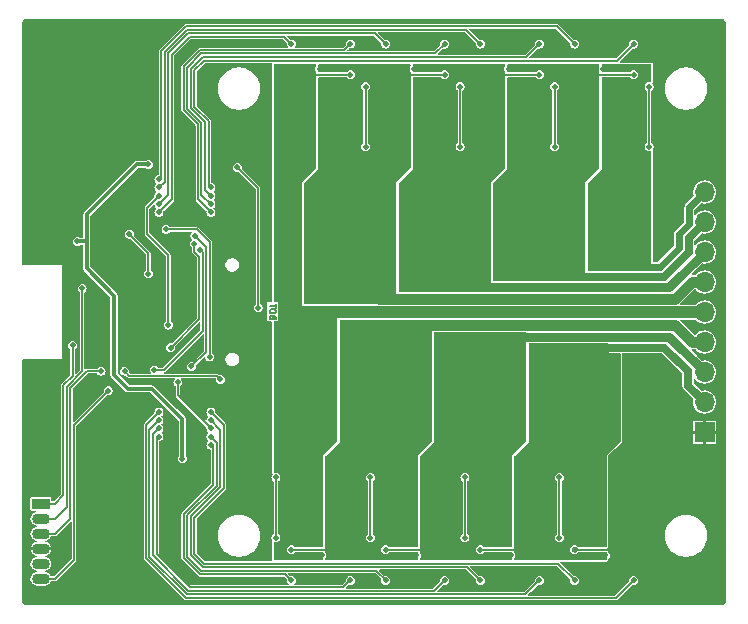
<source format=gbl>
G04 #@! TF.GenerationSoftware,KiCad,Pcbnew,8.0.8*
G04 #@! TF.CreationDate,2025-03-06T21:47:19+01:00*
G04 #@! TF.ProjectId,8-Cell Balancer,382d4365-6c6c-4204-9261-6c616e636572,rev?*
G04 #@! TF.SameCoordinates,Original*
G04 #@! TF.FileFunction,Copper,L2,Bot*
G04 #@! TF.FilePolarity,Positive*
%FSLAX46Y46*%
G04 Gerber Fmt 4.6, Leading zero omitted, Abs format (unit mm)*
G04 Created by KiCad (PCBNEW 8.0.8) date 2025-03-06 21:47:19*
%MOMM*%
%LPD*%
G01*
G04 APERTURE LIST*
%ADD10C,0.127000*%
G04 #@! TA.AperFunction,NonConductor*
%ADD11C,0.127000*%
G04 #@! TD*
G04 #@! TA.AperFunction,ComponentPad*
%ADD12R,1.700000X1.700000*%
G04 #@! TD*
G04 #@! TA.AperFunction,ComponentPad*
%ADD13O,1.700000X1.700000*%
G04 #@! TD*
G04 #@! TA.AperFunction,ComponentPad*
%ADD14R,1.500000X0.910000*%
G04 #@! TD*
G04 #@! TA.AperFunction,ComponentPad*
%ADD15O,1.500000X0.910000*%
G04 #@! TD*
G04 #@! TA.AperFunction,ViaPad*
%ADD16C,0.500000*%
G04 #@! TD*
G04 #@! TA.AperFunction,Conductor*
%ADD17C,0.127000*%
G04 #@! TD*
G04 #@! TA.AperFunction,Conductor*
%ADD18C,0.350000*%
G04 #@! TD*
G04 #@! TA.AperFunction,Conductor*
%ADD19C,1.000000*%
G04 #@! TD*
G04 #@! TA.AperFunction,Conductor*
%ADD20C,0.600000*%
G04 #@! TD*
G04 #@! TA.AperFunction,Conductor*
%ADD21C,0.700000*%
G04 #@! TD*
G04 #@! TA.AperFunction,Conductor*
%ADD22C,0.800000*%
G04 #@! TD*
G04 #@! TA.AperFunction,Conductor*
%ADD23C,0.900000*%
G04 #@! TD*
G04 APERTURE END LIST*
D10*
D11*
X-8562311Y-423333D02*
X-8586501Y-350761D01*
X-8586501Y-350761D02*
X-8610692Y-326571D01*
X-8610692Y-326571D02*
X-8659073Y-302380D01*
X-8659073Y-302380D02*
X-8731644Y-302380D01*
X-8731644Y-302380D02*
X-8780025Y-326571D01*
X-8780025Y-326571D02*
X-8804216Y-350761D01*
X-8804216Y-350761D02*
X-8828406Y-399142D01*
X-8828406Y-399142D02*
X-8828406Y-592666D01*
X-8828406Y-592666D02*
X-8320406Y-592666D01*
X-8320406Y-592666D02*
X-8320406Y-423333D01*
X-8320406Y-423333D02*
X-8344596Y-374952D01*
X-8344596Y-374952D02*
X-8368787Y-350761D01*
X-8368787Y-350761D02*
X-8417168Y-326571D01*
X-8417168Y-326571D02*
X-8465549Y-326571D01*
X-8465549Y-326571D02*
X-8513930Y-350761D01*
X-8513930Y-350761D02*
X-8538120Y-374952D01*
X-8538120Y-374952D02*
X-8562311Y-423333D01*
X-8562311Y-423333D02*
X-8562311Y-592666D01*
X-8320406Y12095D02*
X-8320406Y108857D01*
X-8320406Y108857D02*
X-8344596Y157238D01*
X-8344596Y157238D02*
X-8392977Y205619D01*
X-8392977Y205619D02*
X-8489739Y229809D01*
X-8489739Y229809D02*
X-8659073Y229809D01*
X-8659073Y229809D02*
X-8755835Y205619D01*
X-8755835Y205619D02*
X-8804216Y157238D01*
X-8804216Y157238D02*
X-8828406Y108857D01*
X-8828406Y108857D02*
X-8828406Y12095D01*
X-8828406Y12095D02*
X-8804216Y-36285D01*
X-8804216Y-36285D02*
X-8755835Y-84666D01*
X-8755835Y-84666D02*
X-8659073Y-108857D01*
X-8659073Y-108857D02*
X-8489739Y-108857D01*
X-8489739Y-108857D02*
X-8392977Y-84666D01*
X-8392977Y-84666D02*
X-8344596Y-36285D01*
X-8344596Y-36285D02*
X-8320406Y12095D01*
X-8320406Y374951D02*
X-8320406Y665237D01*
X-8828406Y520094D02*
X-8320406Y520094D01*
D12*
X28000000Y-10160000D03*
D13*
X28000000Y-7620000D03*
X28000000Y-5080000D03*
X28000000Y-2540000D03*
X28000000Y0D03*
X28000000Y2540000D03*
X28000000Y5080000D03*
X28000000Y7620000D03*
X28000000Y10160000D03*
D14*
X-28200000Y-16225000D03*
D15*
X-28200000Y-17495000D03*
X-28200000Y-18765000D03*
X-28200000Y-20035000D03*
X-28200000Y-21305000D03*
X-28200000Y-22575000D03*
D16*
X-16700000Y2900000D03*
X-13750000Y-17650000D03*
X-16250000Y16050000D03*
X-9400000Y14100000D03*
X-20400000Y-12000000D03*
X-23600000Y-1700000D03*
X21800000Y-5500000D03*
X-20400000Y-7600000D03*
X-12800000Y11600000D03*
X-9750000Y16050000D03*
X-11600000Y9700000D03*
X-23720000Y6500000D03*
X-10200000Y-6600000D03*
X-23720000Y5500000D03*
X-10500000Y-1700000D03*
X23500000Y22700000D03*
X15500000Y-22700000D03*
X-19400000Y1700000D03*
X-10700000Y1500000D03*
X20300000Y-19400000D03*
X-11600000Y-9700000D03*
X-17200000Y5800000D03*
X-16850000Y-15450000D03*
X-13500000Y14100000D03*
X-20400000Y-9700000D03*
X21700000Y-4400000D03*
X-23050000Y-6050000D03*
X21800000Y-8100000D03*
X-14700000Y-6600000D03*
X-20400000Y7600000D03*
X-12850000Y3350000D03*
X-19400000Y-1700000D03*
X17000000Y-20100000D03*
X-20400000Y9690000D03*
X-500000Y-22700000D03*
X-17700000Y-11900000D03*
X22700000Y-6800000D03*
X-25100000Y-7050000D03*
X-9800000Y-15300000D03*
X-12850000Y-3350000D03*
X-13600000Y17900000D03*
X21325000Y-14650000D03*
X7500000Y22700000D03*
X23500000Y-22700000D03*
X-500000Y22700000D03*
X-9000000Y6700000D03*
X23200000Y-20700000D03*
X-19700000Y11600000D03*
X7500000Y-22700000D03*
X-11200000Y-12700000D03*
X-18800000Y-5900000D03*
X-10700000Y6700000D03*
X-23600000Y1700000D03*
X-11600000Y7600000D03*
X-26480000Y6500000D03*
X-13500000Y12800000D03*
X-26480000Y5500000D03*
X-9400000Y12700000D03*
X15500000Y22700000D03*
X-18850000Y16000000D03*
X-11600000Y-7590000D03*
X15700000Y-14000000D03*
X15700000Y-19100000D03*
X7700000Y-14000000D03*
X7700000Y-19100000D03*
X-300000Y-14000000D03*
X-300000Y-19100000D03*
X-8300000Y-14000000D03*
X-8300000Y-19100000D03*
X-700000Y19100000D03*
X-700000Y14000000D03*
X7300000Y19100000D03*
X7300000Y14000000D03*
X15300000Y14000000D03*
X15300000Y19100000D03*
X23300000Y19100000D03*
X23300000Y14000000D03*
X-25100000Y6000000D03*
X-16220000Y-12400000D03*
X-11550000Y12250000D03*
X-9800000Y360000D03*
X-19100000Y12500000D03*
X-20700000Y6600000D03*
X-19100000Y3250000D03*
X-6800000Y5500000D03*
X-5700000Y-19400000D03*
X-7700000Y6800000D03*
X-5525000Y-14850000D03*
X-8000000Y-4400000D03*
X-2000000Y20100000D03*
X-3400000Y-4400000D03*
X-7300000Y-13700000D03*
X-6300000Y-8600000D03*
X-6700000Y4400000D03*
X-6800000Y8100000D03*
X-7325000Y-5200000D03*
X-8200000Y20700000D03*
X-5300000Y19400000D03*
X-6325000Y14650000D03*
X-4400000Y-20600000D03*
X-21100000Y-5000000D03*
X-13000000Y-5700000D03*
X-23100000Y-5000000D03*
X-22500000Y-6650000D03*
X-24700000Y2000000D03*
X-25500000Y-2800000D03*
X-2000000Y-22700000D03*
X-18200000Y-10550000D03*
X-18200000Y-9850000D03*
X6000000Y-22700000D03*
X14000000Y-22700000D03*
X-18200000Y-9150000D03*
X22000000Y-22700000D03*
X-18200000Y-8450000D03*
X-14691101Y5291101D03*
X-18600000Y-4900000D03*
X-15200000Y5800000D03*
X-17200000Y-3000000D03*
X-15161127Y6461127D03*
X-15450000Y-4600000D03*
X-17600000Y7000000D03*
X-13900000Y-3800000D03*
X-13800000Y-8450000D03*
X17000000Y-22700000D03*
X9000000Y-22700000D03*
X-13800000Y-9150000D03*
X-13800000Y-9850000D03*
X-16600000Y-5950000D03*
X-13800000Y-10550000D03*
X1000000Y-22700000D03*
X-7000000Y-22700000D03*
X-13800000Y-11250000D03*
X-13800000Y10550000D03*
X22000000Y22700000D03*
X14000000Y22700000D03*
X-13800000Y9850000D03*
X6000000Y22700000D03*
X-13800000Y9150000D03*
X-13800000Y8450000D03*
X-2000000Y22700000D03*
X-7000000Y22700000D03*
X-18200000Y8450000D03*
X-18200000Y9150000D03*
X1000000Y22700000D03*
X-17400000Y-1100000D03*
X-18200000Y9850000D03*
X9000000Y22700000D03*
X-18200000Y10550000D03*
X-18200000Y11250000D03*
X17000000Y22700000D03*
X22325000Y5200000D03*
X22300000Y13700000D03*
X20700000Y19400000D03*
X23000000Y4400000D03*
X19400000Y20600000D03*
X21300000Y8600000D03*
X20525000Y14850000D03*
X18400000Y4400000D03*
X17200000Y8100000D03*
X13300000Y8600000D03*
X17300000Y4400000D03*
X12525000Y14850000D03*
X12700000Y19400000D03*
X18700000Y19400000D03*
X17200000Y5500000D03*
X11400000Y20600000D03*
X22000000Y20100000D03*
X10400000Y4400000D03*
X15800000Y20700000D03*
X14300000Y13700000D03*
X15000000Y4400000D03*
X17675000Y14650000D03*
X16300000Y6800000D03*
X14325000Y5200000D03*
X14000000Y20100000D03*
X3400000Y20600000D03*
X9200000Y8100000D03*
X9675000Y14650000D03*
X6300000Y13700000D03*
X5300000Y8600000D03*
X9200000Y5500000D03*
X8300000Y6800000D03*
X2400000Y4400000D03*
X7000000Y4400000D03*
X7800000Y20700000D03*
X10700000Y19400000D03*
X4700000Y19400000D03*
X9300000Y4400000D03*
X6325000Y5200000D03*
X4525000Y14850000D03*
X-1700000Y13700000D03*
X-1000000Y4400000D03*
X-1675000Y5200000D03*
X-5600000Y4400000D03*
X-2700000Y8600000D03*
X1200000Y8100000D03*
X-3300000Y19400000D03*
X1200000Y5500000D03*
X-4600000Y20600000D03*
X6000000Y20100000D03*
X-3475000Y14850000D03*
X2700000Y19400000D03*
X-200000Y20700000D03*
X300000Y6800000D03*
X1675000Y14650000D03*
X1300000Y4400000D03*
X3600000Y-20600000D03*
X-2675000Y-14650000D03*
X-2200000Y-5500000D03*
X-3700000Y-19400000D03*
X0Y-4400000D03*
X-2300000Y-4400000D03*
X-2200000Y-8100000D03*
X2300000Y-19400000D03*
X675000Y-5200000D03*
X4600000Y-4400000D03*
X-800000Y-20700000D03*
X2475000Y-14850000D03*
X-7000000Y-20100000D03*
X1700000Y-8600000D03*
X-1300000Y-6800000D03*
X700000Y-13700000D03*
X5800000Y-8100000D03*
X10475000Y-14850000D03*
X5325000Y-14650000D03*
X1000000Y-20100000D03*
X8675000Y-5200000D03*
X8700000Y-13700000D03*
X5800000Y-5500000D03*
X11600000Y-20600000D03*
X6700000Y-6800000D03*
X8000000Y-4400000D03*
X9700000Y-8600000D03*
X10300000Y-19400000D03*
X7200000Y-20700000D03*
X12600000Y-4400000D03*
X4300000Y-19400000D03*
X5700000Y-4400000D03*
X13700000Y-4400000D03*
X9000000Y-20100000D03*
X14700000Y-6800000D03*
X18300000Y-19400000D03*
X15200000Y-20700000D03*
X12300000Y-19400000D03*
X16675000Y-5200000D03*
X13325000Y-14650000D03*
X20600000Y-4400000D03*
X13800000Y-8100000D03*
X16700000Y-13700000D03*
X13800000Y-5500000D03*
X17700000Y-8600000D03*
X18475000Y-14850000D03*
X19600000Y-20600000D03*
X16000000Y-4400000D03*
D17*
X17000000Y-20100000D02*
X20000000Y-20100000D01*
X15700000Y-14000000D02*
X15700000Y-19100000D01*
X7700000Y-14000000D02*
X7700000Y-19100000D01*
X-300000Y-14000000D02*
X-300000Y-19100000D01*
X-8300000Y-14000000D02*
X-8300000Y-19100000D01*
X-700000Y14000000D02*
X-700000Y19100000D01*
X7300000Y14000000D02*
X7300000Y19100000D01*
X15300000Y14000000D02*
X15300000Y19100000D01*
X23300000Y14000000D02*
X23300000Y19100000D01*
D18*
X-24300000Y3700000D02*
X-24300000Y8300000D01*
X-20100000Y12500000D02*
X-19100000Y12500000D01*
X-18800000Y-6500000D02*
X-20800000Y-6500000D01*
X-22000000Y-5300000D02*
X-22000000Y1400000D01*
X-20800000Y-6500000D02*
X-22000000Y-5300000D01*
X-22000000Y1400000D02*
X-24300000Y3700000D01*
X-16220000Y-9080000D02*
X-18800000Y-6500000D01*
D17*
X-9800000Y10500000D02*
X-9800000Y360000D01*
D18*
X-24300000Y6000000D02*
X-25100000Y6000000D01*
X-16220000Y-12400000D02*
X-16220000Y-9080000D01*
X-24300000Y8300000D02*
X-20100000Y12500000D01*
D17*
X-11550000Y12250000D02*
X-9800000Y10500000D01*
X-19100000Y3250000D02*
X-19100000Y5000000D01*
X-19100000Y5000000D02*
X-20700000Y6600000D01*
X-2000000Y20100000D02*
X-5000000Y20100000D01*
D19*
X-6500000Y0D02*
X28000000Y0D01*
D17*
X-13300000Y-5400000D02*
X-13000000Y-5700000D01*
X-26965000Y-18765000D02*
X-28200000Y-18765000D01*
X-24300000Y-5000000D02*
X-25700000Y-6400000D01*
X-23100000Y-5000000D02*
X-24300000Y-5000000D01*
X-25700000Y-6400000D02*
X-25700000Y-17500000D01*
X-21100000Y-5000000D02*
X-20700000Y-5400000D01*
X-20700000Y-5400000D02*
X-13300000Y-5400000D01*
X-25700000Y-17500000D02*
X-26965000Y-18765000D01*
X-25400000Y-20950000D02*
X-27025000Y-22575000D01*
X-27025000Y-22575000D02*
X-28200000Y-22575000D01*
X-22500000Y-6650000D02*
X-25400000Y-9550000D01*
X-25400000Y-9550000D02*
X-25400000Y-20950000D01*
X-26000000Y-16500000D02*
X-26000000Y-6300000D01*
X-28200000Y-17495000D02*
X-26995000Y-17495000D01*
X-26995000Y-17495000D02*
X-26000000Y-16500000D01*
X-26000000Y-6300000D02*
X-24700000Y-5000000D01*
X-24700000Y-5000000D02*
X-24700000Y2000000D01*
X-26300000Y-15500000D02*
X-27025000Y-16225000D01*
X-26300000Y-6200000D02*
X-26300000Y-15500000D01*
X-25500000Y-2800000D02*
X-25500000Y-5400000D01*
X-25500000Y-5400000D02*
X-26300000Y-6200000D01*
X-27025000Y-16225000D02*
X-28200000Y-16225000D01*
X-15600000Y-23300000D02*
X-2600000Y-23300000D01*
X-18400000Y-20500000D02*
X-15600000Y-23300000D01*
X-18400000Y-10750000D02*
X-18400000Y-20500000D01*
X-2600000Y-23300000D02*
X-2000000Y-22700000D01*
X-18200000Y-10550000D02*
X-18400000Y-10750000D01*
X-18700000Y-20600000D02*
X-15700000Y-23600000D01*
X-18700000Y-10350000D02*
X-18700000Y-20600000D01*
X5100000Y-23600000D02*
X6000000Y-22700000D01*
X-15700000Y-23600000D02*
X5100000Y-23600000D01*
X-18200000Y-9850000D02*
X-18700000Y-10350000D01*
X-19000000Y-9950000D02*
X-19000000Y-20700000D01*
X-15800000Y-23900000D02*
X12800000Y-23900000D01*
X-18200000Y-9150000D02*
X-19000000Y-9950000D01*
X12800000Y-23900000D02*
X14000000Y-22700000D01*
X-19000000Y-20700000D02*
X-15800000Y-23900000D01*
X-19300000Y-20800000D02*
X-15900000Y-24200000D01*
X-18200000Y-8450000D02*
X-19300000Y-9550000D01*
X-15900000Y-24200000D02*
X20500000Y-24200000D01*
X-19300000Y-9550000D02*
X-19300000Y-20800000D01*
X20500000Y-24200000D02*
X22000000Y-22700000D01*
X-14500000Y5100000D02*
X-14691101Y5291101D01*
X-14500000Y-1600000D02*
X-14500000Y5100000D01*
X-17800000Y-4900000D02*
X-14500000Y-1600000D01*
X-18600000Y-4900000D02*
X-17800000Y-4900000D01*
X-15200000Y5100000D02*
X-14800000Y4700000D01*
X-15200000Y5800000D02*
X-15200000Y5100000D01*
X-14800000Y4700000D02*
X-14800000Y-600000D01*
X-14800000Y-600000D02*
X-17200000Y-3000000D01*
X-14200000Y5500000D02*
X-14200000Y-3350000D01*
X-14200000Y-3350000D02*
X-15450000Y-4600000D01*
X-15161127Y6461127D02*
X-14200000Y5500000D01*
X-15000000Y7000000D02*
X-13900000Y5900000D01*
X-17600000Y7000000D02*
X-15000000Y7000000D01*
X-13900000Y5900000D02*
X-13900000Y-3800000D01*
X15600000Y-21300000D02*
X17000000Y-22700000D01*
X-15200000Y-20500000D02*
X-14400000Y-21300000D01*
X-12700000Y-9550000D02*
X-12700000Y-14900000D01*
X-13800000Y-8450000D02*
X-12700000Y-9550000D01*
X-14400000Y-21300000D02*
X15600000Y-21300000D01*
X-15200000Y-17400000D02*
X-15200000Y-20500000D01*
X-12700000Y-14900000D02*
X-15200000Y-17400000D01*
X-15500000Y-17300000D02*
X-15500000Y-20600000D01*
X-13800000Y-9150000D02*
X-13000000Y-9950000D01*
X-13000000Y-14800000D02*
X-15500000Y-17300000D01*
X-14500000Y-21600000D02*
X7900000Y-21600000D01*
X-15500000Y-20600000D02*
X-14500000Y-21600000D01*
X7900000Y-21600000D02*
X9000000Y-22700000D01*
X-13000000Y-9950000D02*
X-13000000Y-14800000D01*
X-16600000Y-5950000D02*
X-16600000Y-7050000D01*
X-16600000Y-7050000D02*
X-13800000Y-9850000D01*
X-13300000Y-11050000D02*
X-13300000Y-14700000D01*
X-13800000Y-10550000D02*
X-13300000Y-11050000D01*
X-15800000Y-20700000D02*
X-14600000Y-21900000D01*
X-13300000Y-14700000D02*
X-15800000Y-17200000D01*
X200000Y-21900000D02*
X1000000Y-22700000D01*
X-14600000Y-21900000D02*
X200000Y-21900000D01*
X-15800000Y-17200000D02*
X-15800000Y-20700000D01*
X-16100000Y-17100000D02*
X-16100000Y-20800000D01*
X-14700000Y-22200000D02*
X-7500000Y-22200000D01*
X-16100000Y-20800000D02*
X-14700000Y-22200000D01*
X-13800000Y-11250000D02*
X-13600000Y-11450000D01*
X-7500000Y-22200000D02*
X-7000000Y-22700000D01*
X-13600000Y-14600000D02*
X-16100000Y-17100000D01*
X-13600000Y-11450000D02*
X-13600000Y-14600000D01*
X-15200000Y17400000D02*
X-15200000Y20500000D01*
X-14400000Y21300000D02*
X20600000Y21300000D01*
X-14000000Y10750000D02*
X-14000000Y16200000D01*
X20600000Y21300000D02*
X22000000Y22700000D01*
X-14000000Y16200000D02*
X-15200000Y17400000D01*
X-15200000Y20500000D02*
X-14400000Y21300000D01*
X-13800000Y10550000D02*
X-14000000Y10750000D01*
X-13800000Y9850000D02*
X-14300000Y10350000D01*
X-15500000Y17300000D02*
X-15500000Y20600000D01*
X12900000Y21600000D02*
X14000000Y22700000D01*
X-15500000Y20600000D02*
X-14500000Y21600000D01*
X-14300000Y10350000D02*
X-14300000Y16100000D01*
X-14500000Y21600000D02*
X12900000Y21600000D01*
X-14300000Y16100000D02*
X-15500000Y17300000D01*
X-14600000Y9950000D02*
X-14600000Y16000000D01*
X-13800000Y9150000D02*
X-14600000Y9950000D01*
X5200000Y21900000D02*
X6000000Y22700000D01*
X-15800000Y17200000D02*
X-15800000Y20700000D01*
X-15800000Y20700000D02*
X-14600000Y21900000D01*
X-14600000Y16000000D02*
X-15800000Y17200000D01*
X-14600000Y21900000D02*
X5200000Y21900000D01*
X-16100000Y20800000D02*
X-14700000Y22200000D01*
X-14900000Y15900000D02*
X-16100000Y17100000D01*
X-2500000Y22200000D02*
X-2000000Y22700000D01*
X-14700000Y22200000D02*
X-2500000Y22200000D01*
X-13800000Y8450000D02*
X-14900000Y9550000D01*
X-16100000Y17100000D02*
X-16100000Y20800000D01*
X-14900000Y9550000D02*
X-14900000Y15900000D01*
X-7000000Y22700000D02*
X-7600000Y23300000D01*
X-15600000Y23300000D02*
X-17100000Y21800000D01*
X-17100000Y21800000D02*
X-17100000Y9550000D01*
X-17100000Y9550000D02*
X-18200000Y8450000D01*
X-7600000Y23300000D02*
X-15600000Y23300000D01*
X100000Y23600000D02*
X-15700000Y23600000D01*
X-17400000Y9950000D02*
X-18200000Y9150000D01*
X-17400000Y21900000D02*
X-17400000Y9950000D01*
X1000000Y22700000D02*
X100000Y23600000D01*
X-15700000Y23600000D02*
X-17400000Y21900000D01*
X-19200000Y8850000D02*
X-18200000Y9850000D01*
X-17400000Y4800000D02*
X-19200000Y6600000D01*
X-17400000Y-1100000D02*
X-17400000Y4800000D01*
X-19200000Y6600000D02*
X-19200000Y8850000D01*
X9000000Y22700000D02*
X7800000Y23900000D01*
X-17700000Y11050000D02*
X-18200000Y10550000D01*
X7800000Y23900000D02*
X-15800000Y23900000D01*
X-15800000Y23900000D02*
X-17700000Y22000000D01*
X-17700000Y22000000D02*
X-17700000Y11050000D01*
X-15900000Y24200000D02*
X-18000000Y22100000D01*
X-18000000Y22100000D02*
X-18000000Y11450000D01*
X-18000000Y11450000D02*
X-18200000Y11250000D01*
X15500000Y24200000D02*
X-15900000Y24200000D01*
X17000000Y22700000D02*
X15500000Y24200000D01*
D20*
X26700000Y8860000D02*
X28000000Y10160000D01*
X25800000Y6600000D02*
X26700000Y7500000D01*
X24200000Y3800000D02*
X25800000Y5400000D01*
X25800000Y5400000D02*
X25800000Y6600000D01*
X26700000Y7500000D02*
X26700000Y8860000D01*
X24200000Y3800000D02*
X23100000Y3800000D01*
D17*
X22000000Y20100000D02*
X19000000Y20100000D01*
D21*
X26650000Y5050000D02*
X26650000Y6270000D01*
X16100000Y3000000D02*
X24600000Y3000000D01*
X24600000Y3000000D02*
X26650000Y5050000D01*
X26650000Y6270000D02*
X28000000Y7620000D01*
D22*
X8300000Y2100000D02*
X25020000Y2100000D01*
D17*
X14000000Y20100000D02*
X11000000Y20100000D01*
D22*
X25020000Y2100000D02*
X28000000Y5080000D01*
D23*
X400000Y1100000D02*
X25500000Y1100000D01*
D17*
X6000000Y20100000D02*
X3000000Y20100000D01*
D23*
X26940000Y2540000D02*
X28000000Y2540000D01*
X25500000Y1100000D02*
X26940000Y2540000D01*
X500000Y-1100000D02*
X25500000Y-1100000D01*
X25500000Y-1100000D02*
X26940000Y-2540000D01*
X26940000Y-2540000D02*
X28000000Y-2540000D01*
D17*
X-7000000Y-20100000D02*
X-4000000Y-20100000D01*
D22*
X8400000Y-2100000D02*
X25020000Y-2100000D01*
X25020000Y-2100000D02*
X28000000Y-5080000D01*
D17*
X1000000Y-20100000D02*
X4000000Y-20100000D01*
D21*
X26600000Y-6220000D02*
X26600000Y-5000000D01*
X28000000Y-7620000D02*
X26600000Y-6220000D01*
D17*
X9000000Y-20100000D02*
X12000000Y-20100000D01*
D21*
X24600000Y-3000000D02*
X16100000Y-3000000D01*
X26600000Y-5000000D02*
X24600000Y-3000000D01*
G04 #@! TA.AperFunction,Conductor*
G36*
X17024022Y-19855750D02*
G01*
X17066877Y-19862537D01*
X17085473Y-19868580D01*
X17136980Y-19894824D01*
X17152800Y-19906318D01*
X17205042Y-19958560D01*
X17211407Y-19966012D01*
X17213266Y-19968570D01*
X17269759Y-20013108D01*
X17313953Y-20031414D01*
X17344233Y-20037437D01*
X17384007Y-20064013D01*
X17393339Y-20110929D01*
X17366763Y-20150703D01*
X17341819Y-20160466D01*
X17324610Y-20163191D01*
X17259290Y-20193308D01*
X17259282Y-20193313D01*
X17232737Y-20215987D01*
X17229185Y-20217297D01*
X17219095Y-20227387D01*
X17215497Y-20230712D01*
X17211696Y-20233958D01*
X17210989Y-20235493D01*
X17152801Y-20293680D01*
X17136982Y-20305173D01*
X17085471Y-20331420D01*
X17066875Y-20337461D01*
X17019388Y-20344983D01*
X17009779Y-20346505D01*
X16990226Y-20346505D01*
X16933122Y-20337461D01*
X16914525Y-20331418D01*
X16863018Y-20305174D01*
X16847198Y-20293680D01*
X16806319Y-20252801D01*
X16794824Y-20236978D01*
X16791700Y-20230847D01*
X16791700Y-20230848D01*
X16791699Y-20230846D01*
X16791699Y-20230845D01*
X16768576Y-20185466D01*
X16762538Y-20166882D01*
X16753492Y-20109766D01*
X16753492Y-20090231D01*
X16762538Y-20033113D01*
X16768576Y-20014532D01*
X16794828Y-19963010D01*
X16806316Y-19947199D01*
X16847199Y-19906316D01*
X16863010Y-19894828D01*
X16914532Y-19868576D01*
X16933115Y-19862538D01*
X16990225Y-19853493D01*
X17009772Y-19853493D01*
X17024022Y-19855750D01*
G37*
G04 #@! TD.AperFunction*
G04 #@! TA.AperFunction,Conductor*
G36*
X-25609306Y-17767809D02*
G01*
X-25591000Y-17812003D01*
X-25591000Y-20844997D01*
X-25609306Y-20889191D01*
X-27085809Y-22365694D01*
X-27130003Y-22384000D01*
X-27306577Y-22384000D01*
X-27350771Y-22365694D01*
X-27360704Y-22352750D01*
X-27380886Y-22317794D01*
X-27438884Y-22217337D01*
X-27438885Y-22217336D01*
X-27438888Y-22217332D01*
X-27547332Y-22108888D01*
X-27547336Y-22108885D01*
X-27547337Y-22108884D01*
X-27613750Y-22070540D01*
X-27680165Y-22032196D01*
X-27798939Y-22000370D01*
X-27836889Y-21971249D01*
X-27843132Y-21923823D01*
X-27814011Y-21885873D01*
X-27798939Y-21879630D01*
X-27734169Y-21862274D01*
X-27680164Y-21847803D01*
X-27547337Y-21771116D01*
X-27438884Y-21662663D01*
X-27362197Y-21529836D01*
X-27362196Y-21529835D01*
X-27362196Y-21529833D01*
X-27322500Y-21381693D01*
X-27322500Y-21228306D01*
X-27362196Y-21080166D01*
X-27362196Y-21080164D01*
X-27438885Y-20947336D01*
X-27438888Y-20947332D01*
X-27547332Y-20838888D01*
X-27547336Y-20838885D01*
X-27547337Y-20838884D01*
X-27613750Y-20800540D01*
X-27680165Y-20762196D01*
X-27799905Y-20730111D01*
X-27837855Y-20700990D01*
X-27844098Y-20653564D01*
X-27814977Y-20615614D01*
X-27799904Y-20609371D01*
X-27680359Y-20577339D01*
X-27680350Y-20577335D01*
X-27547647Y-20500718D01*
X-27547638Y-20500711D01*
X-27439288Y-20392361D01*
X-27439281Y-20392352D01*
X-27362664Y-20259649D01*
X-27362660Y-20259640D01*
X-27336499Y-20162001D01*
X-27336500Y-20162000D01*
X-27982007Y-20162000D01*
X-27950000Y-20084728D01*
X-27950000Y-19985272D01*
X-27982007Y-19908000D01*
X-27336500Y-19908000D01*
X-27336499Y-19907998D01*
X-27362660Y-19810359D01*
X-27362664Y-19810350D01*
X-27439281Y-19677647D01*
X-27439288Y-19677638D01*
X-27547638Y-19569288D01*
X-27547647Y-19569281D01*
X-27680350Y-19492664D01*
X-27680358Y-19492661D01*
X-27799905Y-19460628D01*
X-27837855Y-19431508D01*
X-27844098Y-19384081D01*
X-27814978Y-19346131D01*
X-27799904Y-19339888D01*
X-27680167Y-19307804D01*
X-27680164Y-19307803D01*
X-27547337Y-19231116D01*
X-27438884Y-19122663D01*
X-27362197Y-18989836D01*
X-27362196Y-18989835D01*
X-27360704Y-18987250D01*
X-27322753Y-18958130D01*
X-27306577Y-18956000D01*
X-26927010Y-18956000D01*
X-26927008Y-18956000D01*
X-26856807Y-18926922D01*
X-25697694Y-17767809D01*
X-25653500Y-17749503D01*
X-25609306Y-17767809D01*
G37*
G04 #@! TD.AperFunction*
G04 #@! TA.AperFunction,Conductor*
G36*
X29504856Y24798731D02*
G01*
X29582773Y24786390D01*
X29601370Y24780347D01*
X29667222Y24746794D01*
X29683042Y24735300D01*
X29735300Y24683042D01*
X29746794Y24667223D01*
X29780349Y24601368D01*
X29786391Y24582771D01*
X29798730Y24504869D01*
X29799500Y24495091D01*
X29799501Y-24460118D01*
X29799501Y-24495085D01*
X29798731Y-24504863D01*
X29786391Y-24582771D01*
X29780349Y-24601368D01*
X29746794Y-24667223D01*
X29735300Y-24683042D01*
X29683042Y-24735300D01*
X29667222Y-24746794D01*
X29601370Y-24780347D01*
X29582773Y-24786390D01*
X29504856Y-24798731D01*
X29495079Y-24799500D01*
X-29495084Y-24799500D01*
X-29504860Y-24798730D01*
X-29582770Y-24786390D01*
X-29601367Y-24780348D01*
X-29667222Y-24746793D01*
X-29683041Y-24735299D01*
X-29735299Y-24683041D01*
X-29746793Y-24667222D01*
X-29780348Y-24601367D01*
X-29786390Y-24582770D01*
X-29798730Y-24504862D01*
X-29799500Y-24495084D01*
X-29799500Y-15757442D01*
X-29077500Y-15757442D01*
X-29077500Y-16692558D01*
X-29070102Y-16729748D01*
X-29041922Y-16771922D01*
X-28999748Y-16800102D01*
X-28962558Y-16807500D01*
X-28962557Y-16807500D01*
X-28654557Y-16807500D01*
X-28610363Y-16825806D01*
X-28592057Y-16870000D01*
X-28610363Y-16914194D01*
X-28638380Y-16930370D01*
X-28719833Y-16952196D01*
X-28719835Y-16952196D01*
X-28759296Y-16974979D01*
X-28852663Y-17028884D01*
X-28961116Y-17137337D01*
X-29037803Y-17270164D01*
X-29051345Y-17320704D01*
X-29077499Y-17418306D01*
X-29077500Y-17418312D01*
X-29077500Y-17571687D01*
X-29077499Y-17571693D01*
X-29065705Y-17615705D01*
X-29037803Y-17719836D01*
X-28961116Y-17852663D01*
X-28852663Y-17961116D01*
X-28719836Y-18037803D01*
X-28649940Y-18056531D01*
X-28601060Y-18069630D01*
X-28563110Y-18098750D01*
X-28556867Y-18146177D01*
X-28585987Y-18184127D01*
X-28601060Y-18190370D01*
X-28719833Y-18222196D01*
X-28719835Y-18222196D01*
X-28759296Y-18244979D01*
X-28852663Y-18298884D01*
X-28961116Y-18407337D01*
X-29037803Y-18540164D01*
X-29048460Y-18579936D01*
X-29077499Y-18688306D01*
X-29077500Y-18688312D01*
X-29077500Y-18841687D01*
X-29077499Y-18841693D01*
X-29065705Y-18885705D01*
X-29037803Y-18989836D01*
X-28961116Y-19122663D01*
X-28852663Y-19231116D01*
X-28719836Y-19307803D01*
X-28600094Y-19339888D01*
X-28562144Y-19369008D01*
X-28555901Y-19416434D01*
X-28585021Y-19454385D01*
X-28600095Y-19460628D01*
X-28719639Y-19492660D01*
X-28719649Y-19492664D01*
X-28852352Y-19569281D01*
X-28852361Y-19569288D01*
X-28960711Y-19677638D01*
X-28960718Y-19677647D01*
X-29037335Y-19810350D01*
X-29037339Y-19810359D01*
X-29063500Y-19907998D01*
X-29063500Y-19908000D01*
X-28417993Y-19908000D01*
X-28450000Y-19985272D01*
X-28450000Y-20084728D01*
X-28417993Y-20162000D01*
X-29063500Y-20162000D01*
X-29063500Y-20162001D01*
X-29037339Y-20259640D01*
X-29037335Y-20259649D01*
X-28960718Y-20392352D01*
X-28960711Y-20392361D01*
X-28852361Y-20500711D01*
X-28852352Y-20500718D01*
X-28719649Y-20577335D01*
X-28719640Y-20577339D01*
X-28600095Y-20609371D01*
X-28562144Y-20638491D01*
X-28555901Y-20685917D01*
X-28585021Y-20723868D01*
X-28600094Y-20730111D01*
X-28719833Y-20762196D01*
X-28719835Y-20762196D01*
X-28759296Y-20784979D01*
X-28852663Y-20838884D01*
X-28961116Y-20947337D01*
X-29037803Y-21080164D01*
X-29049124Y-21122414D01*
X-29077499Y-21228306D01*
X-29077500Y-21228312D01*
X-29077500Y-21381688D01*
X-29037803Y-21529836D01*
X-28961116Y-21662663D01*
X-28852663Y-21771116D01*
X-28719836Y-21847803D01*
X-28649940Y-21866531D01*
X-28601060Y-21879630D01*
X-28563110Y-21908750D01*
X-28556867Y-21956177D01*
X-28585987Y-21994127D01*
X-28601060Y-22000370D01*
X-28719833Y-22032196D01*
X-28719835Y-22032196D01*
X-28759296Y-22054979D01*
X-28852663Y-22108884D01*
X-28961116Y-22217337D01*
X-29037803Y-22350164D01*
X-29048745Y-22390999D01*
X-29077499Y-22498306D01*
X-29077500Y-22498312D01*
X-29077500Y-22651688D01*
X-29037803Y-22799836D01*
X-28961116Y-22932663D01*
X-28852663Y-23041116D01*
X-28719836Y-23117803D01*
X-28629173Y-23142096D01*
X-28571693Y-23157499D01*
X-28571688Y-23157500D01*
X-27828312Y-23157500D01*
X-27828306Y-23157499D01*
X-27749584Y-23136404D01*
X-27680164Y-23117803D01*
X-27547337Y-23041116D01*
X-27438884Y-22932663D01*
X-27362197Y-22799836D01*
X-27362196Y-22799835D01*
X-27360704Y-22797250D01*
X-27322753Y-22768130D01*
X-27306577Y-22766000D01*
X-26987010Y-22766000D01*
X-26987008Y-22766000D01*
X-26916807Y-22736922D01*
X-25238078Y-21058193D01*
X-25209000Y-20987992D01*
X-25209000Y-20912008D01*
X-25209000Y-9655003D01*
X-25190694Y-9610809D01*
X-22619283Y-7039398D01*
X-22575089Y-7021092D01*
X-22565312Y-7021862D01*
X-22500004Y-7032206D01*
X-22500003Y-7032206D01*
X-22500001Y-7032205D01*
X-22500000Y-7032206D01*
X-22381892Y-7013500D01*
X-22275345Y-6959211D01*
X-22190789Y-6874655D01*
X-22154432Y-6803302D01*
X-22136500Y-6768109D01*
X-22136500Y-6768108D01*
X-22117794Y-6650000D01*
X-22136500Y-6531891D01*
X-22136500Y-6531890D01*
X-22190789Y-6425344D01*
X-22275344Y-6340789D01*
X-22381891Y-6286500D01*
X-22500000Y-6267794D01*
X-22618108Y-6286500D01*
X-22618109Y-6286500D01*
X-22673373Y-6314659D01*
X-22724655Y-6340789D01*
X-22809211Y-6425345D01*
X-22863500Y-6531892D01*
X-22880269Y-6637770D01*
X-22882206Y-6650002D01*
X-22882206Y-6650003D01*
X-22871862Y-6715312D01*
X-22883028Y-6761825D01*
X-22889398Y-6769283D01*
X-25402306Y-9282191D01*
X-25446500Y-9300497D01*
X-25490694Y-9282191D01*
X-25509000Y-9237997D01*
X-25509000Y-6505003D01*
X-25490694Y-6460809D01*
X-24239191Y-5209306D01*
X-24194997Y-5191000D01*
X-23464659Y-5191000D01*
X-23420465Y-5209306D01*
X-23412171Y-5220722D01*
X-23412104Y-5220674D01*
X-23409212Y-5224652D01*
X-23409211Y-5224655D01*
X-23324655Y-5309211D01*
X-23218108Y-5363500D01*
X-23100000Y-5382206D01*
X-22981892Y-5363500D01*
X-22875345Y-5309211D01*
X-22790789Y-5224655D01*
X-22773484Y-5190693D01*
X-22736500Y-5118109D01*
X-22736500Y-5118108D01*
X-22717794Y-5000000D01*
X-22736500Y-4881891D01*
X-22736500Y-4881890D01*
X-22790789Y-4775344D01*
X-22875344Y-4690789D01*
X-22981891Y-4636500D01*
X-23100000Y-4617794D01*
X-23218108Y-4636500D01*
X-23218109Y-4636500D01*
X-23324655Y-4690789D01*
X-23409212Y-4775346D01*
X-23412104Y-4779326D01*
X-23413228Y-4778508D01*
X-23445342Y-4805940D01*
X-23464659Y-4809000D01*
X-24262008Y-4809000D01*
X-24337992Y-4809000D01*
X-24372337Y-4823226D01*
X-24408196Y-4838079D01*
X-24411779Y-4840473D01*
X-24458696Y-4849804D01*
X-24498468Y-4823226D01*
X-24509000Y-4788505D01*
X-24509000Y1635341D01*
X-24490694Y1679535D01*
X-24479275Y1687831D01*
X-24479324Y1687898D01*
X-24475345Y1690789D01*
X-24390789Y1775344D01*
X-24336500Y1881890D01*
X-24336500Y1881891D01*
X-24317794Y2000000D01*
X-24336500Y2118108D01*
X-24336500Y2118109D01*
X-24390789Y2224655D01*
X-24475344Y2309210D01*
X-24475345Y2309211D01*
X-24581892Y2363500D01*
X-24700000Y2382206D01*
X-24818108Y2363500D01*
X-24924655Y2309211D01*
X-25009211Y2224655D01*
X-25063500Y2118108D01*
X-25082206Y2000000D01*
X-25063500Y1881892D01*
X-25063499Y1881891D01*
X-25063499Y1881890D01*
X-25009210Y1775344D01*
X-24924655Y1690789D01*
X-24920676Y1687898D01*
X-24921491Y1686775D01*
X-24894058Y1654652D01*
X-24891000Y1635341D01*
X-24891000Y-4894997D01*
X-24909306Y-4939191D01*
X-25202306Y-5232191D01*
X-25246500Y-5250497D01*
X-25290694Y-5232191D01*
X-25309000Y-5187997D01*
X-25309000Y-3164659D01*
X-25290694Y-3120465D01*
X-25279277Y-3112171D01*
X-25279326Y-3112104D01*
X-25275346Y-3109212D01*
X-25190789Y-3024655D01*
X-25136500Y-2918109D01*
X-25136500Y-2918108D01*
X-25117794Y-2800000D01*
X-25136500Y-2681891D01*
X-25136500Y-2681890D01*
X-25190789Y-2575344D01*
X-25275344Y-2490789D01*
X-25381891Y-2436500D01*
X-25500000Y-2417794D01*
X-25618108Y-2436500D01*
X-25618109Y-2436500D01*
X-25724655Y-2490789D01*
X-25809211Y-2575345D01*
X-25863500Y-2681892D01*
X-25882206Y-2800000D01*
X-25863500Y-2918108D01*
X-25809211Y-3024655D01*
X-25724655Y-3109211D01*
X-25724653Y-3109212D01*
X-25720674Y-3112104D01*
X-25721491Y-3113228D01*
X-25694060Y-3145342D01*
X-25691000Y-3164659D01*
X-25691000Y-5294997D01*
X-25709306Y-5339191D01*
X-26408193Y-6038078D01*
X-26461922Y-6091807D01*
X-26491000Y-6162008D01*
X-26491000Y-6162010D01*
X-26491000Y-15394997D01*
X-26509306Y-15439191D01*
X-27085809Y-16015694D01*
X-27130003Y-16034000D01*
X-27260000Y-16034000D01*
X-27304194Y-16015694D01*
X-27322500Y-15971500D01*
X-27322500Y-15757442D01*
X-27329898Y-15720251D01*
X-27329898Y-15720250D01*
X-27358077Y-15678077D01*
X-27400251Y-15649898D01*
X-27418847Y-15646199D01*
X-27437442Y-15642500D01*
X-28962558Y-15642500D01*
X-28999748Y-15649898D01*
X-28999749Y-15649898D01*
X-29041922Y-15678077D01*
X-29070101Y-15720250D01*
X-29070102Y-15720252D01*
X-29077500Y-15757442D01*
X-29799500Y-15757442D01*
X-29799500Y-4062500D01*
X-29781194Y-4018306D01*
X-29737000Y-4000000D01*
X-26400000Y-4000000D01*
X-26400000Y4000000D01*
X-29737000Y4000000D01*
X-29781194Y4018306D01*
X-29799500Y4062500D01*
X-29799500Y6000000D01*
X-25482206Y6000000D01*
X-25463500Y5881892D01*
X-25463499Y5881891D01*
X-25463499Y5881890D01*
X-25409210Y5775344D01*
X-25324655Y5690789D01*
X-25218108Y5636500D01*
X-25100000Y5617794D01*
X-24981891Y5636500D01*
X-24981890Y5636500D01*
X-24892806Y5681892D01*
X-24875542Y5690688D01*
X-24847169Y5697500D01*
X-24665000Y5697500D01*
X-24620806Y5679194D01*
X-24602500Y5635000D01*
X-24602500Y3660175D01*
X-24581885Y3583239D01*
X-24575186Y3571636D01*
X-24575186Y3571635D01*
X-24542062Y3514264D01*
X-24542055Y3514255D01*
X-22320806Y1293006D01*
X-22302500Y1248812D01*
X-22302500Y-5339825D01*
X-22281885Y-5416761D01*
X-22248061Y-5475345D01*
X-22242060Y-5485739D01*
X-21042060Y-6685739D01*
X-20985739Y-6742060D01*
X-20916761Y-6781885D01*
X-20839825Y-6802500D01*
X-18951187Y-6802500D01*
X-18906993Y-6820806D01*
X-16540806Y-9186993D01*
X-16522500Y-9231187D01*
X-16522500Y-12147168D01*
X-16529312Y-12175542D01*
X-16583498Y-12281887D01*
X-16583498Y-12281889D01*
X-16583500Y-12281892D01*
X-16602206Y-12400000D01*
X-16583500Y-12518108D01*
X-16529211Y-12624655D01*
X-16444655Y-12709211D01*
X-16338108Y-12763500D01*
X-16220000Y-12782206D01*
X-16101892Y-12763500D01*
X-15995345Y-12709211D01*
X-15910789Y-12624655D01*
X-15856500Y-12518109D01*
X-15856500Y-12518108D01*
X-15837794Y-12400000D01*
X-15856500Y-12281891D01*
X-15856501Y-12281887D01*
X-15910688Y-12175542D01*
X-15917500Y-12147168D01*
X-15917500Y-9040170D01*
X-15938115Y-8963238D01*
X-15938115Y-8963236D01*
X-15977939Y-8894261D01*
X-15977940Y-8894260D01*
X-16006100Y-8866100D01*
X-16034261Y-8837940D01*
X-16646857Y-8225344D01*
X-18614255Y-6257944D01*
X-18614261Y-6257939D01*
X-18648664Y-6238077D01*
X-18683237Y-6218115D01*
X-18760170Y-6197500D01*
X-18760175Y-6197500D01*
X-20648813Y-6197500D01*
X-20693007Y-6179194D01*
X-21679194Y-5193007D01*
X-21697500Y-5148813D01*
X-21697500Y-5000000D01*
X-21482206Y-5000000D01*
X-21463500Y-5118108D01*
X-21409211Y-5224655D01*
X-21324655Y-5309211D01*
X-21218108Y-5363500D01*
X-21100000Y-5382206D01*
X-21034684Y-5371861D01*
X-20988172Y-5383029D01*
X-20980720Y-5389393D01*
X-20870711Y-5499401D01*
X-20870710Y-5499404D01*
X-20861922Y-5508192D01*
X-20861922Y-5508193D01*
X-20808193Y-5561922D01*
X-20737992Y-5591000D01*
X-16925754Y-5591000D01*
X-16881560Y-5609306D01*
X-16863254Y-5653500D01*
X-16881560Y-5697694D01*
X-16909211Y-5725345D01*
X-16963500Y-5831892D01*
X-16982206Y-5950000D01*
X-16963500Y-6068108D01*
X-16909211Y-6174655D01*
X-16824655Y-6259211D01*
X-16824653Y-6259212D01*
X-16820674Y-6262104D01*
X-16821491Y-6263228D01*
X-16794060Y-6295342D01*
X-16791000Y-6314659D01*
X-16791000Y-7012008D01*
X-16791000Y-7087992D01*
X-16761922Y-7158193D01*
X-14189397Y-9730716D01*
X-14171092Y-9774909D01*
X-14171860Y-9784680D01*
X-14182206Y-9850000D01*
X-14163500Y-9968108D01*
X-14109211Y-10074655D01*
X-14028060Y-10155806D01*
X-14009754Y-10200000D01*
X-14028060Y-10244194D01*
X-14109211Y-10325345D01*
X-14163500Y-10431892D01*
X-14182206Y-10550000D01*
X-14163500Y-10668108D01*
X-14109211Y-10774655D01*
X-14028060Y-10855806D01*
X-14009754Y-10900000D01*
X-14028060Y-10944194D01*
X-14109211Y-11025345D01*
X-14163500Y-11131892D01*
X-14182206Y-11250000D01*
X-14163500Y-11368108D01*
X-14109211Y-11474655D01*
X-14024655Y-11559211D01*
X-13918108Y-11613500D01*
X-13843720Y-11625281D01*
X-13802937Y-11650274D01*
X-13791000Y-11687011D01*
X-13791000Y-14494997D01*
X-13809306Y-14539191D01*
X-16208193Y-16938078D01*
X-16261922Y-16991807D01*
X-16291000Y-17062008D01*
X-16291000Y-20762008D01*
X-16291000Y-20837992D01*
X-16261922Y-20908193D01*
X-14808193Y-22361922D01*
X-14737992Y-22391000D01*
X-14662008Y-22391000D01*
X-7605003Y-22391000D01*
X-7560808Y-22409306D01*
X-7389397Y-22580716D01*
X-7371092Y-22624909D01*
X-7371860Y-22634680D01*
X-7382206Y-22700000D01*
X-7363500Y-22818108D01*
X-7309211Y-22924655D01*
X-7231560Y-23002306D01*
X-7213254Y-23046500D01*
X-7231560Y-23090694D01*
X-7275754Y-23109000D01*
X-15494997Y-23109000D01*
X-15539191Y-23090694D01*
X-18190694Y-20439191D01*
X-18209000Y-20394997D01*
X-18209000Y-10987011D01*
X-18190694Y-10942817D01*
X-18156280Y-10925281D01*
X-18081892Y-10913500D01*
X-17975345Y-10859211D01*
X-17890789Y-10774655D01*
X-17872110Y-10737996D01*
X-17836500Y-10668109D01*
X-17836500Y-10668108D01*
X-17817794Y-10550000D01*
X-17836500Y-10431891D01*
X-17836500Y-10431890D01*
X-17890789Y-10325344D01*
X-17971940Y-10244194D01*
X-17990246Y-10200000D01*
X-17971940Y-10155806D01*
X-17890789Y-10074655D01*
X-17836500Y-9968109D01*
X-17836500Y-9968108D01*
X-17817794Y-9850000D01*
X-17836500Y-9731891D01*
X-17836500Y-9731890D01*
X-17890789Y-9625344D01*
X-17971940Y-9544194D01*
X-17990246Y-9500000D01*
X-17971940Y-9455806D01*
X-17890789Y-9374655D01*
X-17836500Y-9268109D01*
X-17836500Y-9268108D01*
X-17817794Y-9150000D01*
X-17836500Y-9031891D01*
X-17836500Y-9031890D01*
X-17890789Y-8925344D01*
X-17971940Y-8844194D01*
X-17990246Y-8800000D01*
X-17971940Y-8755806D01*
X-17890789Y-8674655D01*
X-17836500Y-8568109D01*
X-17836500Y-8568108D01*
X-17817794Y-8450000D01*
X-17836500Y-8331891D01*
X-17836500Y-8331890D01*
X-17890789Y-8225344D01*
X-17975344Y-8140789D01*
X-18081891Y-8086500D01*
X-18200000Y-8067794D01*
X-18318108Y-8086500D01*
X-18318109Y-8086500D01*
X-18424655Y-8140789D01*
X-18509211Y-8225345D01*
X-18563500Y-8331892D01*
X-18580099Y-8436697D01*
X-18582206Y-8450002D01*
X-18582206Y-8450003D01*
X-18571862Y-8515312D01*
X-18583028Y-8561825D01*
X-18589398Y-8569283D01*
X-19408193Y-9388078D01*
X-19461922Y-9441807D01*
X-19491000Y-9512008D01*
X-19491000Y-20762008D01*
X-19491000Y-20837992D01*
X-19461922Y-20908193D01*
X-16061922Y-24308193D01*
X-16008193Y-24361922D01*
X-15937992Y-24391000D01*
X-15937990Y-24391000D01*
X20537990Y-24391000D01*
X20537992Y-24391000D01*
X20608193Y-24361922D01*
X21880716Y-23089397D01*
X21924909Y-23071092D01*
X21934680Y-23071860D01*
X22000000Y-23082206D01*
X22118108Y-23063500D01*
X22224655Y-23009211D01*
X22309211Y-22924655D01*
X22363500Y-22818108D01*
X22382206Y-22700000D01*
X22363500Y-22581892D01*
X22309211Y-22475345D01*
X22224655Y-22390789D01*
X22118108Y-22336500D01*
X22000000Y-22317794D01*
X21881891Y-22336500D01*
X21881890Y-22336500D01*
X21775344Y-22390789D01*
X21690789Y-22475344D01*
X21636500Y-22581890D01*
X21636500Y-22581891D01*
X21617794Y-22700000D01*
X21628137Y-22765314D01*
X21616969Y-22811827D01*
X21610600Y-22819283D01*
X20439191Y-23990694D01*
X20394997Y-24009000D01*
X13112003Y-24009000D01*
X13067809Y-23990694D01*
X13049503Y-23946500D01*
X13067809Y-23902306D01*
X13261115Y-23709000D01*
X13880716Y-23089397D01*
X13924909Y-23071092D01*
X13934680Y-23071860D01*
X14000000Y-23082206D01*
X14118108Y-23063500D01*
X14224655Y-23009211D01*
X14309211Y-22924655D01*
X14363500Y-22818108D01*
X14382206Y-22700000D01*
X14363500Y-22581892D01*
X14309211Y-22475345D01*
X14224655Y-22390789D01*
X14118108Y-22336500D01*
X14000000Y-22317794D01*
X13881891Y-22336500D01*
X13881890Y-22336500D01*
X13775344Y-22390789D01*
X13690789Y-22475344D01*
X13636500Y-22581890D01*
X13636500Y-22581891D01*
X13617794Y-22700000D01*
X13628137Y-22765314D01*
X13616969Y-22811827D01*
X13610600Y-22819283D01*
X12739191Y-23690694D01*
X12694997Y-23709000D01*
X5412003Y-23709000D01*
X5367809Y-23690694D01*
X5349503Y-23646500D01*
X5367809Y-23602306D01*
X5438756Y-23531358D01*
X5880716Y-23089397D01*
X5924909Y-23071092D01*
X5934680Y-23071860D01*
X6000000Y-23082206D01*
X6118108Y-23063500D01*
X6224655Y-23009211D01*
X6309211Y-22924655D01*
X6363500Y-22818108D01*
X6382206Y-22700000D01*
X6363500Y-22581892D01*
X6309211Y-22475345D01*
X6224655Y-22390789D01*
X6118108Y-22336500D01*
X6000000Y-22317794D01*
X5881891Y-22336500D01*
X5881890Y-22336500D01*
X5775344Y-22390789D01*
X5690789Y-22475344D01*
X5636500Y-22581890D01*
X5636500Y-22581891D01*
X5617794Y-22700000D01*
X5628137Y-22765314D01*
X5616969Y-22811827D01*
X5610600Y-22819283D01*
X5039191Y-23390694D01*
X4994997Y-23409000D01*
X-2287997Y-23409000D01*
X-2332191Y-23390694D01*
X-2350497Y-23346500D01*
X-2332191Y-23302306D01*
X-2119283Y-23089398D01*
X-2075089Y-23071092D01*
X-2065312Y-23071862D01*
X-2000004Y-23082206D01*
X-2000003Y-23082206D01*
X-2000001Y-23082205D01*
X-2000000Y-23082206D01*
X-1881892Y-23063500D01*
X-1775345Y-23009211D01*
X-1690789Y-22924655D01*
X-1636500Y-22818109D01*
X-1636500Y-22818108D01*
X-1617794Y-22700000D01*
X-1636500Y-22581891D01*
X-1636500Y-22581890D01*
X-1690789Y-22475344D01*
X-1775344Y-22390789D01*
X-1881891Y-22336500D01*
X-2000000Y-22317794D01*
X-2118108Y-22336500D01*
X-2118109Y-22336500D01*
X-2168001Y-22361922D01*
X-2224655Y-22390789D01*
X-2309211Y-22475345D01*
X-2363500Y-22581892D01*
X-2374554Y-22651687D01*
X-2382206Y-22700002D01*
X-2382206Y-22700003D01*
X-2371862Y-22765312D01*
X-2383028Y-22811825D01*
X-2389398Y-22819283D01*
X-2660809Y-23090694D01*
X-2705003Y-23109000D01*
X-6724246Y-23109000D01*
X-6768440Y-23090694D01*
X-6786746Y-23046500D01*
X-6768440Y-23002306D01*
X-6690789Y-22924655D01*
X-6636500Y-22818109D01*
X-6636500Y-22818108D01*
X-6617794Y-22700000D01*
X-6636500Y-22581891D01*
X-6636500Y-22581890D01*
X-6690789Y-22475344D01*
X-6775344Y-22390789D01*
X-6881891Y-22336500D01*
X-7000000Y-22317794D01*
X-7065314Y-22328137D01*
X-7111827Y-22316969D01*
X-7119283Y-22310601D01*
X-7126129Y-22303754D01*
X-7232192Y-22197692D01*
X-7250497Y-22153501D01*
X-7232192Y-22109306D01*
X-7187998Y-22091000D01*
X94997Y-22091000D01*
X139191Y-22109306D01*
X610601Y-22580716D01*
X628907Y-22624910D01*
X628138Y-22634684D01*
X617794Y-22700000D01*
X633120Y-22796765D01*
X636500Y-22818108D01*
X636500Y-22818109D01*
X690789Y-22924655D01*
X775345Y-23009211D01*
X881892Y-23063500D01*
X1000000Y-23082206D01*
X1118108Y-23063500D01*
X1224655Y-23009211D01*
X1309211Y-22924655D01*
X1363500Y-22818108D01*
X1382206Y-22700000D01*
X1363500Y-22581892D01*
X1309211Y-22475345D01*
X1224655Y-22390789D01*
X1118108Y-22336500D01*
X1000000Y-22317794D01*
X999999Y-22317794D01*
X961171Y-22323943D01*
X934685Y-22328137D01*
X888173Y-22316970D01*
X880716Y-22310601D01*
X467809Y-21897694D01*
X449503Y-21853500D01*
X467809Y-21809306D01*
X512003Y-21791000D01*
X7794997Y-21791000D01*
X7839191Y-21809306D01*
X8610601Y-22580716D01*
X8628907Y-22624910D01*
X8628138Y-22634684D01*
X8617794Y-22700000D01*
X8633120Y-22796765D01*
X8636500Y-22818108D01*
X8636500Y-22818109D01*
X8690789Y-22924655D01*
X8775345Y-23009211D01*
X8881892Y-23063500D01*
X9000000Y-23082206D01*
X9118108Y-23063500D01*
X9224655Y-23009211D01*
X9309211Y-22924655D01*
X9363500Y-22818108D01*
X9382206Y-22700000D01*
X9363500Y-22581892D01*
X9309211Y-22475345D01*
X9224655Y-22390789D01*
X9118108Y-22336500D01*
X9000000Y-22317794D01*
X8999999Y-22317794D01*
X8961171Y-22323943D01*
X8934685Y-22328137D01*
X8888173Y-22316970D01*
X8880716Y-22310601D01*
X8167809Y-21597694D01*
X8149503Y-21553500D01*
X8167809Y-21509306D01*
X8212003Y-21491000D01*
X15494997Y-21491000D01*
X15539191Y-21509306D01*
X16610601Y-22580716D01*
X16628907Y-22624910D01*
X16628138Y-22634684D01*
X16617794Y-22700000D01*
X16633120Y-22796765D01*
X16636500Y-22818108D01*
X16636500Y-22818109D01*
X16690789Y-22924655D01*
X16775345Y-23009211D01*
X16881892Y-23063500D01*
X17000000Y-23082206D01*
X17118108Y-23063500D01*
X17224655Y-23009211D01*
X17309211Y-22924655D01*
X17363500Y-22818108D01*
X17382206Y-22700000D01*
X17363500Y-22581892D01*
X17309211Y-22475345D01*
X17224655Y-22390789D01*
X17118108Y-22336500D01*
X17000000Y-22317794D01*
X16999999Y-22317794D01*
X16961171Y-22323943D01*
X16934685Y-22328137D01*
X16888173Y-22316970D01*
X16880716Y-22310601D01*
X15809309Y-21239194D01*
X15791003Y-21195000D01*
X15809309Y-21150806D01*
X15853503Y-21132500D01*
X19637500Y-21132500D01*
X19688206Y-21122414D01*
X19732400Y-21104108D01*
X19757261Y-21090533D01*
X19804108Y-21032400D01*
X19822414Y-20988206D01*
X19832500Y-20937500D01*
X19832500Y-20927254D01*
X19850806Y-20883060D01*
X19862981Y-20870885D01*
X19900000Y-20833866D01*
X19900000Y-21000000D01*
X23500000Y-21000000D01*
X23500000Y-18812639D01*
X24639500Y-18812639D01*
X24639500Y-19047360D01*
X24670136Y-19280062D01*
X24670136Y-19280063D01*
X24730879Y-19506760D01*
X24730885Y-19506778D01*
X24820701Y-19723611D01*
X24820707Y-19723623D01*
X24920925Y-19897206D01*
X24938059Y-19926883D01*
X24953646Y-19947196D01*
X25078397Y-20109776D01*
X25080942Y-20113092D01*
X25246908Y-20279058D01*
X25246911Y-20279060D01*
X25246913Y-20279062D01*
X25262196Y-20290789D01*
X25433117Y-20421941D01*
X25636383Y-20539296D01*
X25853228Y-20629117D01*
X25853238Y-20629119D01*
X25853239Y-20629120D01*
X26079936Y-20689863D01*
X26079938Y-20689863D01*
X26079941Y-20689864D01*
X26312644Y-20720500D01*
X26312650Y-20720500D01*
X26547350Y-20720500D01*
X26547356Y-20720500D01*
X26780059Y-20689864D01*
X27006772Y-20629117D01*
X27223617Y-20539296D01*
X27426883Y-20421941D01*
X27613092Y-20279058D01*
X27779058Y-20113092D01*
X27921941Y-19926883D01*
X28039296Y-19723617D01*
X28129117Y-19506772D01*
X28189864Y-19280059D01*
X28220500Y-19047356D01*
X28220500Y-18812644D01*
X28189864Y-18579941D01*
X28179206Y-18540166D01*
X28129120Y-18353239D01*
X28129119Y-18353238D01*
X28129117Y-18353228D01*
X28039296Y-18136383D01*
X27921941Y-17933117D01*
X27779058Y-17746908D01*
X27613092Y-17580942D01*
X27613088Y-17580939D01*
X27613086Y-17580937D01*
X27426880Y-17438057D01*
X27223623Y-17320707D01*
X27223611Y-17320701D01*
X27006778Y-17230885D01*
X27006760Y-17230879D01*
X26780063Y-17170136D01*
X26547360Y-17139500D01*
X26547356Y-17139500D01*
X26312644Y-17139500D01*
X26312639Y-17139500D01*
X26079937Y-17170136D01*
X26079936Y-17170136D01*
X25853239Y-17230879D01*
X25853221Y-17230885D01*
X25636388Y-17320701D01*
X25636376Y-17320707D01*
X25433119Y-17438057D01*
X25246913Y-17580937D01*
X25246903Y-17580946D01*
X25080946Y-17746903D01*
X25080937Y-17746913D01*
X24938057Y-17933119D01*
X24820707Y-18136376D01*
X24820701Y-18136388D01*
X24730885Y-18353221D01*
X24730879Y-18353239D01*
X24670136Y-18579936D01*
X24670136Y-18579937D01*
X24639500Y-18812639D01*
X23500000Y-18812639D01*
X23500000Y-11022507D01*
X27022999Y-11022507D01*
X27030369Y-11059553D01*
X27030369Y-11059554D01*
X27058438Y-11101561D01*
X27100446Y-11129630D01*
X27137493Y-11137000D01*
X27873000Y-11137000D01*
X27873000Y-10643608D01*
X27934174Y-10660000D01*
X28065826Y-10660000D01*
X28127000Y-10643608D01*
X28127000Y-11137000D01*
X28862507Y-11137000D01*
X28899553Y-11129630D01*
X28899554Y-11129630D01*
X28941561Y-11101561D01*
X28969630Y-11059554D01*
X28969630Y-11059553D01*
X28977000Y-11022507D01*
X28977000Y-10287000D01*
X28483608Y-10287000D01*
X28500000Y-10225826D01*
X28500000Y-10094174D01*
X28483608Y-10033000D01*
X28977000Y-10033000D01*
X28977000Y-9297492D01*
X28969630Y-9260446D01*
X28969630Y-9260445D01*
X28941561Y-9218438D01*
X28899553Y-9190369D01*
X28862507Y-9183000D01*
X28127000Y-9183000D01*
X28127000Y-9676391D01*
X28065826Y-9660000D01*
X27934174Y-9660000D01*
X27873000Y-9676391D01*
X27873000Y-9183000D01*
X27137493Y-9183000D01*
X27100446Y-9190369D01*
X27100445Y-9190369D01*
X27058438Y-9218438D01*
X27030369Y-9260445D01*
X27030369Y-9260446D01*
X27023000Y-9297492D01*
X27023000Y-10033000D01*
X27516392Y-10033000D01*
X27500000Y-10094174D01*
X27500000Y-10225826D01*
X27516392Y-10287000D01*
X27023000Y-10287000D01*
X27023000Y-11022507D01*
X27022999Y-11022507D01*
X23500000Y-11022507D01*
X23500000Y-3500000D01*
X21100000Y-3500000D01*
X21100000Y-11000000D01*
X19900000Y-12200000D01*
X19900000Y-20366134D01*
X19824655Y-20290789D01*
X19821177Y-20287311D01*
X19822578Y-20285909D01*
X19807589Y-20267004D01*
X19804108Y-20258600D01*
X19804105Y-20258594D01*
X19804101Y-20258586D01*
X19790535Y-20233742D01*
X19790534Y-20233741D01*
X19790533Y-20233739D01*
X19732400Y-20186892D01*
X19732399Y-20186891D01*
X19707587Y-20176614D01*
X19688206Y-20168586D01*
X19688202Y-20168585D01*
X19651572Y-20161299D01*
X19611798Y-20134723D01*
X19602466Y-20087807D01*
X19629042Y-20048033D01*
X19651572Y-20038701D01*
X19657926Y-20037437D01*
X19688206Y-20031414D01*
X19732400Y-20013108D01*
X19757261Y-19999533D01*
X19804108Y-19941400D01*
X19822414Y-19897206D01*
X19832500Y-19846500D01*
X19832500Y-12180772D01*
X19850806Y-12136578D01*
X20373885Y-11613499D01*
X20975386Y-11011998D01*
X21004108Y-10969012D01*
X21022414Y-10924818D01*
X21032500Y-10874112D01*
X21032500Y-3562500D01*
X21030450Y-3552193D01*
X21039782Y-3505276D01*
X21079556Y-3478701D01*
X21091749Y-3477500D01*
X24376325Y-3477500D01*
X24420519Y-3495806D01*
X26104194Y-5179481D01*
X26122500Y-5223675D01*
X26122500Y-6282862D01*
X26122501Y-6282870D01*
X26155039Y-6404303D01*
X26155040Y-6404307D01*
X26217906Y-6513193D01*
X26217909Y-6513197D01*
X27032601Y-7327888D01*
X27050907Y-7372082D01*
X27048216Y-7390224D01*
X27036643Y-7428374D01*
X27036642Y-7428379D01*
X27017770Y-7619999D01*
X27017770Y-7620000D01*
X27036642Y-7811622D01*
X27036643Y-7811624D01*
X27092538Y-7995883D01*
X27092539Y-7995884D01*
X27183302Y-8165692D01*
X27183306Y-8165698D01*
X27305459Y-8314541D01*
X27454302Y-8436694D01*
X27454304Y-8436695D01*
X27454307Y-8436697D01*
X27479201Y-8450003D01*
X27624117Y-8527462D01*
X27808376Y-8583357D01*
X28000000Y-8602230D01*
X28191624Y-8583357D01*
X28375883Y-8527462D01*
X28545698Y-8436694D01*
X28694541Y-8314541D01*
X28816694Y-8165698D01*
X28907462Y-7995883D01*
X28963357Y-7811624D01*
X28982230Y-7620000D01*
X28963357Y-7428376D01*
X28907462Y-7244117D01*
X28840313Y-7118491D01*
X28816697Y-7074307D01*
X28816693Y-7074301D01*
X28694541Y-6925459D01*
X28545698Y-6803306D01*
X28545692Y-6803302D01*
X28431115Y-6742060D01*
X28375883Y-6712538D01*
X28229775Y-6668216D01*
X28191622Y-6656642D01*
X28000000Y-6637770D01*
X27808379Y-6656642D01*
X27808374Y-6656643D01*
X27770224Y-6668216D01*
X27722619Y-6663527D01*
X27707888Y-6652601D01*
X27095806Y-6040519D01*
X27077500Y-5996325D01*
X27077500Y-5671448D01*
X27095806Y-5627254D01*
X27140000Y-5608948D01*
X27184194Y-5627254D01*
X27188304Y-5631788D01*
X27305459Y-5774541D01*
X27454302Y-5896694D01*
X27454304Y-5896695D01*
X27454307Y-5896697D01*
X27498491Y-5920313D01*
X27624117Y-5987462D01*
X27808376Y-6043357D01*
X28000000Y-6062230D01*
X28191624Y-6043357D01*
X28375883Y-5987462D01*
X28545698Y-5896694D01*
X28694541Y-5774541D01*
X28816694Y-5625698D01*
X28907462Y-5455883D01*
X28963357Y-5271624D01*
X28982230Y-5080000D01*
X28963357Y-4888376D01*
X28907462Y-4704117D01*
X28817869Y-4536500D01*
X28816697Y-4534307D01*
X28816693Y-4534301D01*
X28791197Y-4503234D01*
X28694541Y-4385459D01*
X28545698Y-4263306D01*
X28545692Y-4263302D01*
X28438695Y-4206112D01*
X28375883Y-4172538D01*
X28258111Y-4136811D01*
X28191622Y-4116642D01*
X28000000Y-4097770D01*
X27814366Y-4116053D01*
X27768590Y-4102167D01*
X27764046Y-4098048D01*
X27347888Y-3681890D01*
X26890190Y-3224193D01*
X26871885Y-3180000D01*
X26890191Y-3135806D01*
X26934385Y-3117500D01*
X27179845Y-3117500D01*
X27224039Y-3135806D01*
X27228154Y-3140346D01*
X27305459Y-3234541D01*
X27454302Y-3356694D01*
X27454304Y-3356695D01*
X27454307Y-3356697D01*
X27467033Y-3363499D01*
X27624117Y-3447462D01*
X27808376Y-3503357D01*
X28000000Y-3522230D01*
X28191624Y-3503357D01*
X28375883Y-3447462D01*
X28545698Y-3356694D01*
X28694541Y-3234541D01*
X28816694Y-3085698D01*
X28907462Y-2915883D01*
X28963357Y-2731624D01*
X28982230Y-2540000D01*
X28963357Y-2348376D01*
X28907462Y-2164117D01*
X28816694Y-1994302D01*
X28694541Y-1845459D01*
X28545698Y-1723306D01*
X28545692Y-1723302D01*
X28438695Y-1666112D01*
X28375883Y-1632538D01*
X28258111Y-1596811D01*
X28191622Y-1576642D01*
X28000000Y-1557770D01*
X27808377Y-1576642D01*
X27690604Y-1612369D01*
X27624117Y-1632538D01*
X27624115Y-1632538D01*
X27624115Y-1632539D01*
X27454307Y-1723302D01*
X27454301Y-1723306D01*
X27305458Y-1845459D01*
X27239538Y-1925781D01*
X27197351Y-1948329D01*
X27151575Y-1934442D01*
X27147032Y-1930324D01*
X25950903Y-734194D01*
X25932597Y-690000D01*
X25950903Y-645806D01*
X25995097Y-627500D01*
X27220880Y-627500D01*
X27265074Y-645806D01*
X27269187Y-650343D01*
X27305459Y-694541D01*
X27454302Y-816694D01*
X27454304Y-816695D01*
X27454307Y-816697D01*
X27498491Y-840313D01*
X27624117Y-907462D01*
X27808376Y-963357D01*
X28000000Y-982230D01*
X28191624Y-963357D01*
X28375883Y-907462D01*
X28545698Y-816694D01*
X28694541Y-694541D01*
X28816694Y-545698D01*
X28907462Y-375883D01*
X28963357Y-191624D01*
X28982230Y0D01*
X28963357Y191624D01*
X28907462Y375883D01*
X28816694Y545698D01*
X28694541Y694541D01*
X28545698Y816694D01*
X28375883Y907462D01*
X28191624Y963357D01*
X28000000Y982230D01*
X27808376Y963357D01*
X27624117Y907462D01*
X27498491Y840313D01*
X27454307Y816697D01*
X27454304Y816695D01*
X27454302Y816694D01*
X27305459Y694541D01*
X27269192Y650349D01*
X27227006Y627801D01*
X27220880Y627500D01*
X25995097Y627500D01*
X25950903Y645806D01*
X25932597Y690000D01*
X25950903Y734194D01*
X27147032Y1930324D01*
X27191226Y1948630D01*
X27235420Y1930324D01*
X27239538Y1925781D01*
X27305458Y1845459D01*
X27454301Y1723306D01*
X27454307Y1723302D01*
X27606304Y1642059D01*
X27624117Y1632538D01*
X27690604Y1612369D01*
X27808377Y1576642D01*
X28000000Y1557770D01*
X28191622Y1576642D01*
X28258111Y1596811D01*
X28375883Y1632538D01*
X28438695Y1666112D01*
X28545692Y1723302D01*
X28545698Y1723306D01*
X28609107Y1775345D01*
X28694541Y1845459D01*
X28816694Y1994302D01*
X28907462Y2164117D01*
X28963357Y2348376D01*
X28982230Y2540000D01*
X28963357Y2731624D01*
X28907462Y2915883D01*
X28816694Y3085698D01*
X28694541Y3234541D01*
X28545698Y3356694D01*
X28375883Y3447462D01*
X28191624Y3503357D01*
X28000000Y3522230D01*
X27808376Y3503357D01*
X27624117Y3447462D01*
X27498491Y3380313D01*
X27454307Y3356697D01*
X27454304Y3356695D01*
X27454302Y3356694D01*
X27305459Y3234541D01*
X27260698Y3180000D01*
X27228158Y3140350D01*
X27185971Y3117801D01*
X27179845Y3117500D01*
X26934385Y3117500D01*
X26890191Y3135806D01*
X26871885Y3180000D01*
X26890191Y3224194D01*
X27280657Y3614659D01*
X27764046Y4098048D01*
X27808240Y4116354D01*
X27814366Y4116053D01*
X28000000Y4097770D01*
X28191622Y4116642D01*
X28258111Y4136811D01*
X28375883Y4172538D01*
X28468671Y4222134D01*
X28545692Y4263302D01*
X28545698Y4263306D01*
X28694541Y4385459D01*
X28816694Y4534302D01*
X28817753Y4536282D01*
X28849136Y4594997D01*
X28907462Y4704117D01*
X28963357Y4888376D01*
X28982230Y5080000D01*
X28963357Y5271624D01*
X28907462Y5455883D01*
X28816694Y5625698D01*
X28694541Y5774541D01*
X28545698Y5896694D01*
X28375883Y5987462D01*
X28191624Y6043357D01*
X28000000Y6062230D01*
X27808376Y6043357D01*
X27624117Y5987462D01*
X27498491Y5920313D01*
X27454307Y5896697D01*
X27454304Y5896695D01*
X27454302Y5896694D01*
X27305459Y5774541D01*
X27238311Y5692722D01*
X27196126Y5670174D01*
X27150350Y5684060D01*
X27127801Y5726247D01*
X27127500Y5732373D01*
X27127500Y6046325D01*
X27145806Y6090519D01*
X27707888Y6652601D01*
X27752082Y6670907D01*
X27770224Y6668216D01*
X27808374Y6656643D01*
X27808379Y6656642D01*
X28000000Y6637770D01*
X28191622Y6656642D01*
X28287681Y6685782D01*
X28375883Y6712538D01*
X28439421Y6746500D01*
X28545692Y6803302D01*
X28545698Y6803306D01*
X28694541Y6925459D01*
X28816694Y7074302D01*
X28907462Y7244117D01*
X28963357Y7428376D01*
X28982230Y7620000D01*
X28963357Y7811624D01*
X28907462Y7995883D01*
X28816694Y8165698D01*
X28694541Y8314541D01*
X28545698Y8436694D01*
X28375883Y8527462D01*
X28191624Y8583357D01*
X28000000Y8602230D01*
X27808376Y8583357D01*
X27624117Y8527462D01*
X27498491Y8460313D01*
X27454307Y8436697D01*
X27454304Y8436695D01*
X27454302Y8436694D01*
X27305459Y8314541D01*
X27238311Y8232722D01*
X27196126Y8210174D01*
X27150350Y8224060D01*
X27127801Y8266247D01*
X27127500Y8272373D01*
X27127500Y8657036D01*
X27145806Y8701230D01*
X27653634Y9209058D01*
X27697828Y9227364D01*
X27715970Y9224673D01*
X27808375Y9196643D01*
X28000000Y9177770D01*
X28191622Y9196642D01*
X28292896Y9227364D01*
X28375883Y9252538D01*
X28438695Y9286112D01*
X28545692Y9343302D01*
X28545698Y9343306D01*
X28694541Y9465459D01*
X28816694Y9614302D01*
X28907462Y9784117D01*
X28963357Y9968376D01*
X28982230Y10160000D01*
X28963357Y10351624D01*
X28907462Y10535883D01*
X28816694Y10705698D01*
X28694541Y10854541D01*
X28545698Y10976694D01*
X28375883Y11067462D01*
X28191624Y11123357D01*
X28000000Y11142230D01*
X27808376Y11123357D01*
X27624117Y11067462D01*
X27545322Y11025345D01*
X27454307Y10976697D01*
X27454304Y10976695D01*
X27454302Y10976694D01*
X27305459Y10854541D01*
X27183306Y10705698D01*
X27183302Y10705692D01*
X27134995Y10615314D01*
X27092538Y10535883D01*
X27060992Y10431892D01*
X27036642Y10351622D01*
X27017770Y10160000D01*
X27017770Y10159999D01*
X27036643Y9968375D01*
X27064673Y9875970D01*
X27059984Y9828365D01*
X27049058Y9813634D01*
X26357914Y9122490D01*
X26301633Y9025011D01*
X26301632Y9025008D01*
X26272501Y8916287D01*
X26272500Y8916279D01*
X26272500Y7702964D01*
X26254194Y7658770D01*
X25457914Y6862490D01*
X25401633Y6765011D01*
X25401632Y6765008D01*
X25372501Y6656287D01*
X25372500Y6656279D01*
X25372500Y5602964D01*
X25354194Y5558770D01*
X24041230Y4245806D01*
X23997036Y4227500D01*
X23695000Y4227500D01*
X23650806Y4245806D01*
X23632500Y4290000D01*
X23632500Y13577090D01*
X23632499Y13577093D01*
X23630870Y13597802D01*
X23630870Y13597803D01*
X23627813Y13617109D01*
X23627813Y13617112D01*
X23597707Y13682429D01*
X23597704Y13682432D01*
X23595387Y13686054D01*
X23596341Y13686664D01*
X23582944Y13727903D01*
X23601057Y13767191D01*
X23609210Y13775344D01*
X23663499Y13881890D01*
X23663499Y13881891D01*
X23663500Y13881892D01*
X23682206Y14000000D01*
X23663500Y14118108D01*
X23609211Y14224655D01*
X23524655Y14309211D01*
X23524652Y14309212D01*
X23520674Y14312104D01*
X23521491Y14313228D01*
X23494060Y14345342D01*
X23491000Y14364659D01*
X23491000Y18735341D01*
X23509306Y18779535D01*
X23520724Y18787831D01*
X23520676Y18787898D01*
X23524655Y18790789D01*
X23609210Y18875344D01*
X23663499Y18981890D01*
X23663499Y18981891D01*
X23663500Y18981892D01*
X23673869Y19047360D01*
X24639500Y19047360D01*
X24639500Y18812639D01*
X24670136Y18579937D01*
X24670136Y18579936D01*
X24730879Y18353239D01*
X24730885Y18353221D01*
X24820701Y18136388D01*
X24820707Y18136376D01*
X24938057Y17933119D01*
X25080937Y17746913D01*
X25080946Y17746903D01*
X25246903Y17580946D01*
X25246913Y17580937D01*
X25433119Y17438057D01*
X25636376Y17320707D01*
X25636388Y17320701D01*
X25853221Y17230885D01*
X25853239Y17230879D01*
X26079936Y17170136D01*
X26312639Y17139500D01*
X26312644Y17139500D01*
X26547360Y17139500D01*
X26780062Y17170136D01*
X26780063Y17170136D01*
X27006760Y17230879D01*
X27006778Y17230885D01*
X27223611Y17320701D01*
X27223623Y17320707D01*
X27426880Y17438057D01*
X27613086Y17580937D01*
X27613096Y17580946D01*
X27779053Y17746903D01*
X27779058Y17746908D01*
X27921941Y17933117D01*
X28039296Y18136383D01*
X28129117Y18353228D01*
X28189864Y18579941D01*
X28220500Y18812644D01*
X28220500Y19047356D01*
X28189864Y19280059D01*
X28129117Y19506772D01*
X28039296Y19723617D01*
X27921941Y19926883D01*
X27779058Y20113092D01*
X27613092Y20279058D01*
X27426883Y20421941D01*
X27223617Y20539296D01*
X27006772Y20629117D01*
X26780059Y20689864D01*
X26547356Y20720500D01*
X26312644Y20720500D01*
X26079941Y20689864D01*
X26079937Y20689863D01*
X26079936Y20689863D01*
X25853239Y20629120D01*
X25853228Y20629117D01*
X25636383Y20539296D01*
X25433117Y20421941D01*
X25246908Y20279058D01*
X25246903Y20279053D01*
X25080946Y20113096D01*
X25080937Y20113086D01*
X24938057Y19926880D01*
X24820707Y19723623D01*
X24820701Y19723611D01*
X24730885Y19506778D01*
X24730879Y19506760D01*
X24670136Y19280063D01*
X24670136Y19280062D01*
X24639500Y19047360D01*
X23673869Y19047360D01*
X23682206Y19100000D01*
X23663500Y19218108D01*
X23609211Y19324655D01*
X23599959Y19333906D01*
X23581652Y19378099D01*
X23595487Y19417317D01*
X23604108Y19428015D01*
X23622414Y19472209D01*
X23632500Y19522915D01*
X23632500Y20937500D01*
X23622414Y20988206D01*
X23604108Y21032400D01*
X23590533Y21057261D01*
X23532400Y21104108D01*
X23488206Y21122414D01*
X23437500Y21132500D01*
X20853503Y21132500D01*
X20809309Y21150806D01*
X20791003Y21195000D01*
X20809309Y21239194D01*
X21880716Y22310601D01*
X21924910Y22328907D01*
X21934684Y22328138D01*
X21934692Y22328137D01*
X21999999Y22317794D01*
X22000000Y22317794D01*
X22118108Y22336500D01*
X22118109Y22336500D01*
X22224655Y22390789D01*
X22309210Y22475344D01*
X22363499Y22581890D01*
X22363499Y22581891D01*
X22363500Y22581892D01*
X22382206Y22700000D01*
X22363500Y22818108D01*
X22309211Y22924655D01*
X22224655Y23009211D01*
X22118108Y23063500D01*
X22000000Y23082206D01*
X21881892Y23063500D01*
X21775345Y23009211D01*
X21775344Y23009210D01*
X21690789Y22924655D01*
X21636500Y22818109D01*
X21636500Y22818108D01*
X21617795Y22700003D01*
X21617794Y22699999D01*
X21628138Y22634686D01*
X21616970Y22588173D01*
X21610601Y22580716D01*
X20539191Y21509306D01*
X20494997Y21491000D01*
X13212003Y21491000D01*
X13167809Y21509306D01*
X13149503Y21553500D01*
X13167809Y21597694D01*
X13880716Y22310601D01*
X13924910Y22328907D01*
X13934684Y22328138D01*
X13934692Y22328137D01*
X13999999Y22317794D01*
X14000000Y22317794D01*
X14118108Y22336500D01*
X14118109Y22336500D01*
X14224655Y22390789D01*
X14309210Y22475344D01*
X14363499Y22581890D01*
X14363499Y22581891D01*
X14363500Y22581892D01*
X14382206Y22700000D01*
X14363500Y22818108D01*
X14309211Y22924655D01*
X14224655Y23009211D01*
X14118108Y23063500D01*
X14000000Y23082206D01*
X13881892Y23063500D01*
X13775345Y23009211D01*
X13775344Y23009210D01*
X13690789Y22924655D01*
X13636500Y22818109D01*
X13636500Y22818108D01*
X13617795Y22700003D01*
X13617794Y22699999D01*
X13628138Y22634686D01*
X13616970Y22588173D01*
X13610601Y22580716D01*
X12839191Y21809306D01*
X12794997Y21791000D01*
X5512003Y21791000D01*
X5467809Y21809306D01*
X5449503Y21853500D01*
X5467809Y21897694D01*
X5880716Y22310601D01*
X5924910Y22328907D01*
X5934684Y22328138D01*
X5934692Y22328137D01*
X5999999Y22317794D01*
X6000000Y22317794D01*
X6118108Y22336500D01*
X6118109Y22336500D01*
X6224655Y22390789D01*
X6309210Y22475344D01*
X6363499Y22581890D01*
X6363499Y22581891D01*
X6363500Y22581892D01*
X6382206Y22700000D01*
X6363500Y22818108D01*
X6309211Y22924655D01*
X6224655Y23009211D01*
X6118108Y23063500D01*
X6000000Y23082206D01*
X5881892Y23063500D01*
X5775345Y23009211D01*
X5775344Y23009210D01*
X5690789Y22924655D01*
X5636500Y22818109D01*
X5636500Y22818108D01*
X5617795Y22700003D01*
X5617794Y22699999D01*
X5628138Y22634686D01*
X5616970Y22588173D01*
X5610601Y22580716D01*
X5139191Y22109306D01*
X5094997Y22091000D01*
X-2187997Y22091000D01*
X-2232191Y22109306D01*
X-2250497Y22153500D01*
X-2232191Y22197694D01*
X-2119283Y22310601D01*
X-2075088Y22328906D01*
X-2065314Y22328137D01*
X-2000000Y22317794D01*
X-1881891Y22336500D01*
X-1881890Y22336500D01*
X-1775344Y22390789D01*
X-1690789Y22475344D01*
X-1636500Y22581890D01*
X-1636500Y22581891D01*
X-1617794Y22700000D01*
X-1636500Y22818108D01*
X-1636500Y22818109D01*
X-1690789Y22924655D01*
X-1775344Y23009210D01*
X-1775345Y23009211D01*
X-1881892Y23063500D01*
X-2000000Y23082206D01*
X-2118108Y23063500D01*
X-2224655Y23009211D01*
X-2309211Y22924655D01*
X-2363500Y22818108D01*
X-2382206Y22700000D01*
X-2371861Y22634686D01*
X-2383029Y22588172D01*
X-2389391Y22580722D01*
X-2535928Y22434187D01*
X-2560809Y22409306D01*
X-2605003Y22391000D01*
X-6631774Y22391000D01*
X-6675968Y22409306D01*
X-6694274Y22453500D01*
X-6687462Y22481875D01*
X-6636500Y22581890D01*
X-6636500Y22581891D01*
X-6617794Y22700000D01*
X-6636500Y22818108D01*
X-6636500Y22818109D01*
X-6690789Y22924655D01*
X-6775344Y23009210D01*
X-6775345Y23009211D01*
X-6881892Y23063500D01*
X-7000000Y23082206D01*
X-7000001Y23082205D01*
X-7000003Y23082206D01*
X-7000004Y23082206D01*
X-7065312Y23071862D01*
X-7111825Y23083028D01*
X-7119283Y23089398D01*
X-7332191Y23302306D01*
X-7350497Y23346500D01*
X-7332191Y23390694D01*
X-7287997Y23409000D01*
X-5003Y23409000D01*
X39191Y23390694D01*
X610600Y22819283D01*
X628906Y22775089D01*
X628137Y22765314D01*
X617794Y22700000D01*
X636500Y22581891D01*
X636500Y22581890D01*
X690789Y22475344D01*
X775344Y22390789D01*
X881891Y22336500D01*
X1000000Y22317794D01*
X1118108Y22336500D01*
X1118109Y22336500D01*
X1224655Y22390789D01*
X1309210Y22475344D01*
X1363499Y22581890D01*
X1363499Y22581891D01*
X1363500Y22581892D01*
X1382206Y22700000D01*
X1363500Y22818108D01*
X1309211Y22924655D01*
X1224655Y23009211D01*
X1118108Y23063500D01*
X1000000Y23082206D01*
X934684Y23071861D01*
X888172Y23083029D01*
X880722Y23089391D01*
X367809Y23602306D01*
X349503Y23646500D01*
X367809Y23690694D01*
X412003Y23709000D01*
X7694997Y23709000D01*
X7739191Y23690694D01*
X8610600Y22819283D01*
X8628906Y22775089D01*
X8628137Y22765314D01*
X8617794Y22700000D01*
X8636500Y22581891D01*
X8636500Y22581890D01*
X8690789Y22475344D01*
X8775344Y22390789D01*
X8881891Y22336500D01*
X9000000Y22317794D01*
X9118108Y22336500D01*
X9118109Y22336500D01*
X9224655Y22390789D01*
X9309210Y22475344D01*
X9363499Y22581890D01*
X9363499Y22581891D01*
X9363500Y22581892D01*
X9382206Y22700000D01*
X9363500Y22818108D01*
X9309211Y22924655D01*
X9224655Y23009211D01*
X9118108Y23063500D01*
X9000000Y23082206D01*
X8934684Y23071861D01*
X8888172Y23083029D01*
X8880722Y23089392D01*
X8067809Y23902306D01*
X8049503Y23946500D01*
X8067809Y23990694D01*
X8112003Y24009000D01*
X15394997Y24009000D01*
X15439191Y23990694D01*
X16610600Y22819283D01*
X16628906Y22775089D01*
X16628137Y22765314D01*
X16617794Y22700000D01*
X16636500Y22581891D01*
X16636500Y22581890D01*
X16690789Y22475344D01*
X16775344Y22390789D01*
X16881891Y22336500D01*
X17000000Y22317794D01*
X17118108Y22336500D01*
X17118109Y22336500D01*
X17224655Y22390789D01*
X17309210Y22475344D01*
X17363499Y22581890D01*
X17363499Y22581891D01*
X17363500Y22581892D01*
X17382206Y22700000D01*
X17363500Y22818108D01*
X17309211Y22924655D01*
X17224655Y23009211D01*
X17118108Y23063500D01*
X17000000Y23082206D01*
X16934684Y23071861D01*
X16888172Y23083029D01*
X16880721Y23089392D01*
X15608193Y24361922D01*
X15537992Y24391000D01*
X-15937992Y24391000D01*
X-16008193Y24361922D01*
X-16061922Y24308193D01*
X-16061922Y24308192D01*
X-16070710Y24299404D01*
X-16070711Y24299401D01*
X-18099402Y22270711D01*
X-18099403Y22270711D01*
X-18108192Y22261922D01*
X-18108193Y22261922D01*
X-18161922Y22208193D01*
X-18191000Y22137992D01*
X-18191000Y22137990D01*
X-18191000Y11687011D01*
X-18209306Y11642817D01*
X-18243719Y11625281D01*
X-18318108Y11613500D01*
X-18424655Y11559211D01*
X-18509211Y11474655D01*
X-18563500Y11368108D01*
X-18582206Y11250000D01*
X-18563500Y11131892D01*
X-18563499Y11131891D01*
X-18563499Y11131890D01*
X-18509210Y11025344D01*
X-18428060Y10944194D01*
X-18409754Y10900000D01*
X-18428060Y10855806D01*
X-18509211Y10774655D01*
X-18563500Y10668108D01*
X-18582206Y10550000D01*
X-18563500Y10431892D01*
X-18563499Y10431891D01*
X-18563499Y10431890D01*
X-18509210Y10325344D01*
X-18428060Y10244194D01*
X-18409754Y10200000D01*
X-18428060Y10155806D01*
X-18509211Y10074655D01*
X-18563500Y9968108D01*
X-18582206Y9850000D01*
X-18578779Y9828365D01*
X-18571861Y9784686D01*
X-18583029Y9738172D01*
X-18589391Y9730722D01*
X-19308193Y9011922D01*
X-19361922Y8958193D01*
X-19391000Y8887992D01*
X-19391000Y6637992D01*
X-19391000Y6562008D01*
X-19361922Y6491807D01*
X-19361920Y6491805D01*
X-17609306Y4739191D01*
X-17591000Y4694997D01*
X-17591000Y-735341D01*
X-17609306Y-779535D01*
X-17620724Y-787831D01*
X-17620676Y-787898D01*
X-17624655Y-790789D01*
X-17709211Y-875345D01*
X-17763500Y-981892D01*
X-17782206Y-1100000D01*
X-17763500Y-1218108D01*
X-17709211Y-1324655D01*
X-17624655Y-1409211D01*
X-17518108Y-1463500D01*
X-17400000Y-1482206D01*
X-17281892Y-1463500D01*
X-17175345Y-1409211D01*
X-17090789Y-1324655D01*
X-17036500Y-1218109D01*
X-17036500Y-1218108D01*
X-17017794Y-1100000D01*
X-17036500Y-981891D01*
X-17036500Y-981890D01*
X-17090789Y-875344D01*
X-17175345Y-790789D01*
X-17179324Y-787898D01*
X-17178508Y-786775D01*
X-17205942Y-754652D01*
X-17209000Y-735341D01*
X-17209000Y4837991D01*
X-17238077Y4908191D01*
X-17238079Y4908194D01*
X-18990694Y6660809D01*
X-19009000Y6705003D01*
X-19009000Y8744996D01*
X-18990694Y8789190D01*
X-18675461Y9104423D01*
X-18631267Y9122729D01*
X-18587073Y9104423D01*
X-18569536Y9070007D01*
X-18563500Y9031892D01*
X-18525949Y8958194D01*
X-18509210Y8925344D01*
X-18428060Y8844194D01*
X-18409754Y8800000D01*
X-18428060Y8755806D01*
X-18509211Y8674655D01*
X-18563500Y8568108D01*
X-18582206Y8450000D01*
X-18563500Y8331892D01*
X-18563499Y8331891D01*
X-18563499Y8331890D01*
X-18509210Y8225344D01*
X-18424655Y8140789D01*
X-18318108Y8086500D01*
X-18200000Y8067794D01*
X-18081891Y8086500D01*
X-18081890Y8086500D01*
X-17975344Y8140789D01*
X-17890789Y8225344D01*
X-17836500Y8331890D01*
X-17836500Y8331891D01*
X-17817794Y8450000D01*
X-17828137Y8515314D01*
X-17816969Y8561827D01*
X-17810600Y8569283D01*
X-16938079Y9441805D01*
X-16938077Y9441808D01*
X-16909000Y9512008D01*
X-16909000Y21694997D01*
X-16890694Y21739191D01*
X-15539191Y23090694D01*
X-15494997Y23109000D01*
X-7705003Y23109000D01*
X-7660809Y23090694D01*
X-7389398Y22819283D01*
X-7371092Y22775089D01*
X-7371862Y22765312D01*
X-7382206Y22700000D01*
X-7363500Y22581892D01*
X-7363499Y22581891D01*
X-7363499Y22581890D01*
X-7312538Y22481875D01*
X-7308785Y22434187D01*
X-7339851Y22397812D01*
X-7368226Y22391000D01*
X-14662008Y22391000D01*
X-14737992Y22391000D01*
X-14808193Y22361922D01*
X-16208193Y20961922D01*
X-16261922Y20908193D01*
X-16291000Y20837992D01*
X-16291000Y17137992D01*
X-16291000Y17062008D01*
X-16261922Y16991807D01*
X-16261920Y16991805D01*
X-15109306Y15839191D01*
X-15091000Y15794997D01*
X-15091000Y9587992D01*
X-15091000Y9512008D01*
X-15061922Y9441807D01*
X-15061920Y9441805D01*
X-14189398Y8569283D01*
X-14171092Y8525089D01*
X-14171862Y8515312D01*
X-14182206Y8450000D01*
X-14163500Y8331892D01*
X-14163499Y8331891D01*
X-14163499Y8331890D01*
X-14109210Y8225344D01*
X-14024655Y8140789D01*
X-13918108Y8086500D01*
X-13800000Y8067794D01*
X-13681891Y8086500D01*
X-13681890Y8086500D01*
X-13575344Y8140789D01*
X-13490789Y8225344D01*
X-13436500Y8331890D01*
X-13436500Y8331891D01*
X-13417794Y8450000D01*
X-13436500Y8568108D01*
X-13436500Y8568109D01*
X-13490789Y8674655D01*
X-13571940Y8755806D01*
X-13590246Y8800000D01*
X-13571940Y8844194D01*
X-13490789Y8925344D01*
X-13436500Y9031890D01*
X-13436500Y9031891D01*
X-13417794Y9150000D01*
X-13436500Y9268108D01*
X-13436500Y9268109D01*
X-13490789Y9374655D01*
X-13571940Y9455806D01*
X-13590246Y9500000D01*
X-13571940Y9544194D01*
X-13490789Y9625344D01*
X-13436500Y9731890D01*
X-13436500Y9731891D01*
X-13417794Y9850000D01*
X-13436500Y9968108D01*
X-13436500Y9968109D01*
X-13490789Y10074655D01*
X-13571940Y10155806D01*
X-13590246Y10200000D01*
X-13571940Y10244194D01*
X-13490789Y10325344D01*
X-13436500Y10431890D01*
X-13436500Y10431891D01*
X-13417794Y10550000D01*
X-13436500Y10668108D01*
X-13436500Y10668109D01*
X-13490789Y10774655D01*
X-13575344Y10859210D01*
X-13575345Y10859211D01*
X-13681892Y10913500D01*
X-13756279Y10925281D01*
X-13797063Y10950274D01*
X-13809000Y10987011D01*
X-13809000Y12250000D01*
X-11932206Y12250000D01*
X-11913500Y12131892D01*
X-11859211Y12025345D01*
X-11774655Y11940789D01*
X-11668108Y11886500D01*
X-11550000Y11867794D01*
X-11549999Y11867794D01*
X-11511171Y11873943D01*
X-11484685Y11878137D01*
X-11438173Y11866970D01*
X-11430716Y11860601D01*
X-10009306Y10439191D01*
X-9991000Y10394997D01*
X-9991000Y724659D01*
X-10009306Y680465D01*
X-10020722Y672171D01*
X-10020674Y672104D01*
X-10024652Y669212D01*
X-10024655Y669211D01*
X-10109211Y584655D01*
X-10163500Y478108D01*
X-10182206Y360000D01*
X-10163500Y241892D01*
X-10109211Y135345D01*
X-10024655Y50789D01*
X-9918108Y-3500D01*
X-9800000Y-22206D01*
X-9681892Y-3500D01*
X-9681890Y-3499D01*
X-9575344Y50789D01*
X-9490789Y135344D01*
X-9436500Y241890D01*
X-9436500Y241891D01*
X-9417794Y360000D01*
X-9436500Y478108D01*
X-9436500Y478109D01*
X-9490789Y584655D01*
X-9575346Y669212D01*
X-9579326Y672104D01*
X-9578508Y673228D01*
X-9605940Y705342D01*
X-9609000Y724659D01*
X-9609000Y10537991D01*
X-9638077Y10608191D01*
X-9638079Y10608194D01*
X-11160601Y12130716D01*
X-11178907Y12174910D01*
X-11178138Y12184686D01*
X-11167794Y12249999D01*
X-11186500Y12368108D01*
X-11186500Y12368109D01*
X-11240789Y12474655D01*
X-11325344Y12559210D01*
X-11325345Y12559211D01*
X-11431892Y12613500D01*
X-11550000Y12632206D01*
X-11668108Y12613500D01*
X-11774655Y12559211D01*
X-11859211Y12474655D01*
X-11913500Y12368108D01*
X-11932206Y12250000D01*
X-13809000Y12250000D01*
X-13809000Y16237991D01*
X-13838077Y16308191D01*
X-13838079Y16308194D01*
X-14990694Y17460809D01*
X-15009000Y17505003D01*
X-15009000Y19047356D01*
X-13220500Y19047356D01*
X-13220500Y18812644D01*
X-13189864Y18579941D01*
X-13129117Y18353228D01*
X-13039296Y18136383D01*
X-12921941Y17933117D01*
X-12779058Y17746908D01*
X-12779053Y17746903D01*
X-12613096Y17580946D01*
X-12613086Y17580937D01*
X-12426880Y17438057D01*
X-12223623Y17320707D01*
X-12223611Y17320701D01*
X-12006778Y17230885D01*
X-12006760Y17230879D01*
X-11780063Y17170136D01*
X-11547360Y17139500D01*
X-11547356Y17139500D01*
X-11312639Y17139500D01*
X-11079937Y17170136D01*
X-11079936Y17170136D01*
X-10853239Y17230879D01*
X-10853221Y17230885D01*
X-10636388Y17320701D01*
X-10636376Y17320707D01*
X-10433119Y17438057D01*
X-10246913Y17580937D01*
X-10246903Y17580946D01*
X-10080946Y17746903D01*
X-10080937Y17746913D01*
X-9938057Y17933119D01*
X-9820707Y18136376D01*
X-9820701Y18136388D01*
X-9730885Y18353221D01*
X-9730879Y18353239D01*
X-9670136Y18579936D01*
X-9670136Y18579937D01*
X-9639500Y18812639D01*
X-9639500Y19047360D01*
X-9670136Y19280062D01*
X-9670136Y19280063D01*
X-9730879Y19506760D01*
X-9730885Y19506778D01*
X-9820701Y19723611D01*
X-9820707Y19723623D01*
X-9938057Y19926880D01*
X-10080937Y20113086D01*
X-10080946Y20113096D01*
X-10246903Y20279053D01*
X-10246908Y20279058D01*
X-10433117Y20421941D01*
X-10636383Y20539296D01*
X-10853228Y20629117D01*
X-10853239Y20629120D01*
X-11079936Y20689863D01*
X-11079938Y20689863D01*
X-11079941Y20689864D01*
X-11312644Y20720500D01*
X-11547356Y20720500D01*
X-11780059Y20689864D01*
X-12006772Y20629117D01*
X-12223617Y20539296D01*
X-12426883Y20421941D01*
X-12613092Y20279058D01*
X-12779058Y20113092D01*
X-12921941Y19926883D01*
X-13039296Y19723617D01*
X-13129117Y19506772D01*
X-13189864Y19280059D01*
X-13220500Y19047356D01*
X-15009000Y19047356D01*
X-15009000Y20394997D01*
X-14990694Y20439191D01*
X-14339191Y21090694D01*
X-14294997Y21109000D01*
X-8665917Y21109000D01*
X-8621723Y21090694D01*
X-8603417Y21046500D01*
X-8608173Y21022585D01*
X-8622414Y20988206D01*
X-8632500Y20937500D01*
X-8632500Y923737D01*
X-8650806Y879543D01*
X-8695000Y861237D01*
X-9029208Y861237D01*
X-9029208Y-788666D01*
X-8695000Y-788666D01*
X-8650806Y-806972D01*
X-8632500Y-851166D01*
X-8632500Y-3500000D01*
X-8632500Y-13577084D01*
X-8630870Y-13597806D01*
X-8627813Y-13617112D01*
X-8597707Y-13682429D01*
X-8597705Y-13682431D01*
X-8595387Y-13686054D01*
X-8596341Y-13686664D01*
X-8582944Y-13727903D01*
X-8601057Y-13767191D01*
X-8609211Y-13775345D01*
X-8663500Y-13881892D01*
X-8682206Y-14000000D01*
X-8663500Y-14118108D01*
X-8609211Y-14224655D01*
X-8524655Y-14309211D01*
X-8524653Y-14309212D01*
X-8520674Y-14312104D01*
X-8521491Y-14313228D01*
X-8494060Y-14345342D01*
X-8491000Y-14364659D01*
X-8491000Y-18735341D01*
X-8509306Y-18779535D01*
X-8520724Y-18787831D01*
X-8520676Y-18787898D01*
X-8524655Y-18790789D01*
X-8609211Y-18875345D01*
X-8663500Y-18981892D01*
X-8682206Y-19100000D01*
X-8663500Y-19218108D01*
X-8609211Y-19324655D01*
X-8599959Y-19333906D01*
X-8581652Y-19378099D01*
X-8595487Y-19417317D01*
X-8604108Y-19428015D01*
X-8622414Y-19472209D01*
X-8632500Y-19522915D01*
X-8632500Y-20937500D01*
X-8622414Y-20988206D01*
X-8608174Y-21022583D01*
X-8608175Y-21070418D01*
X-8641999Y-21104243D01*
X-8665917Y-21109000D01*
X-14294997Y-21109000D01*
X-14339191Y-21090694D01*
X-14990694Y-20439191D01*
X-15009000Y-20394997D01*
X-15009000Y-18812644D01*
X-13220500Y-18812644D01*
X-13220500Y-19047356D01*
X-13189864Y-19280059D01*
X-13129117Y-19506772D01*
X-13039296Y-19723617D01*
X-12921941Y-19926883D01*
X-12779058Y-20113092D01*
X-12613092Y-20279058D01*
X-12426883Y-20421941D01*
X-12223617Y-20539296D01*
X-12006772Y-20629117D01*
X-11780059Y-20689864D01*
X-11547356Y-20720500D01*
X-11547350Y-20720500D01*
X-11312650Y-20720500D01*
X-11312644Y-20720500D01*
X-11079941Y-20689864D01*
X-11079937Y-20689863D01*
X-11079936Y-20689863D01*
X-10853239Y-20629120D01*
X-10853238Y-20629119D01*
X-10853228Y-20629117D01*
X-10636383Y-20539296D01*
X-10433117Y-20421941D01*
X-10262196Y-20290789D01*
X-10246913Y-20279062D01*
X-10246911Y-20279060D01*
X-10246908Y-20279058D01*
X-10080942Y-20113092D01*
X-10078397Y-20109776D01*
X-9953646Y-19947196D01*
X-9938059Y-19926883D01*
X-9920925Y-19897206D01*
X-9820707Y-19723623D01*
X-9820701Y-19723611D01*
X-9730885Y-19506778D01*
X-9730879Y-19506760D01*
X-9670136Y-19280063D01*
X-9670136Y-19280062D01*
X-9639500Y-19047360D01*
X-9639500Y-18812639D01*
X-9670136Y-18579937D01*
X-9670136Y-18579936D01*
X-9730879Y-18353239D01*
X-9730885Y-18353221D01*
X-9820701Y-18136388D01*
X-9820707Y-18136376D01*
X-9938057Y-17933119D01*
X-10080937Y-17746913D01*
X-10080946Y-17746903D01*
X-10246903Y-17580946D01*
X-10246913Y-17580937D01*
X-10433119Y-17438057D01*
X-10636376Y-17320707D01*
X-10636388Y-17320701D01*
X-10853221Y-17230885D01*
X-10853239Y-17230879D01*
X-11079936Y-17170136D01*
X-11312639Y-17139500D01*
X-11312644Y-17139500D01*
X-11547356Y-17139500D01*
X-11547360Y-17139500D01*
X-11780062Y-17170136D01*
X-11780063Y-17170136D01*
X-12006760Y-17230879D01*
X-12006778Y-17230885D01*
X-12223611Y-17320701D01*
X-12223623Y-17320707D01*
X-12426880Y-17438057D01*
X-12613086Y-17580937D01*
X-12613088Y-17580939D01*
X-12613092Y-17580942D01*
X-12779058Y-17746908D01*
X-12921941Y-17933117D01*
X-13039296Y-18136383D01*
X-13129117Y-18353228D01*
X-13129119Y-18353238D01*
X-13129120Y-18353239D01*
X-13179206Y-18540166D01*
X-13189864Y-18579941D01*
X-13220500Y-18812644D01*
X-15009000Y-18812644D01*
X-15009000Y-17505003D01*
X-14990694Y-17460809D01*
X-12538079Y-15008194D01*
X-12538077Y-15008191D01*
X-12509000Y-14937991D01*
X-12509000Y-9512008D01*
X-12538077Y-9441808D01*
X-12538079Y-9441805D01*
X-12591807Y-9388078D01*
X-13410600Y-8569283D01*
X-13428906Y-8525089D01*
X-13428137Y-8515314D01*
X-13417794Y-8450000D01*
X-13436500Y-8331891D01*
X-13436500Y-8331890D01*
X-13490789Y-8225344D01*
X-13575344Y-8140789D01*
X-13681891Y-8086500D01*
X-13800000Y-8067794D01*
X-13918108Y-8086500D01*
X-13918109Y-8086500D01*
X-14024655Y-8140789D01*
X-14109211Y-8225345D01*
X-14163500Y-8331892D01*
X-14182206Y-8450000D01*
X-14163500Y-8568108D01*
X-14109211Y-8674655D01*
X-14028060Y-8755806D01*
X-14009754Y-8800000D01*
X-14028060Y-8844194D01*
X-14109211Y-8925345D01*
X-14163500Y-9031892D01*
X-14169536Y-9070007D01*
X-14194528Y-9110792D01*
X-14241042Y-9121960D01*
X-14275460Y-9104423D01*
X-16390694Y-6989190D01*
X-16409000Y-6944996D01*
X-16409000Y-6314659D01*
X-16390694Y-6270465D01*
X-16379277Y-6262171D01*
X-16379326Y-6262104D01*
X-16375346Y-6259212D01*
X-16290789Y-6174655D01*
X-16236500Y-6068109D01*
X-16236500Y-6068108D01*
X-16217794Y-5950000D01*
X-16236500Y-5831891D01*
X-16236500Y-5831890D01*
X-16290789Y-5725344D01*
X-16318440Y-5697694D01*
X-16336746Y-5653500D01*
X-16318440Y-5609306D01*
X-16274246Y-5591000D01*
X-13438120Y-5591000D01*
X-13393926Y-5609306D01*
X-13375620Y-5653500D01*
X-13376390Y-5663277D01*
X-13382206Y-5699996D01*
X-13382206Y-5699997D01*
X-13382206Y-5700000D01*
X-13363500Y-5818108D01*
X-13309211Y-5924655D01*
X-13224655Y-6009211D01*
X-13118108Y-6063500D01*
X-13000000Y-6082206D01*
X-12881892Y-6063500D01*
X-12879399Y-6062230D01*
X-12800863Y-6022213D01*
X-12775345Y-6009211D01*
X-12690789Y-5924655D01*
X-12636500Y-5818109D01*
X-12636500Y-5818108D01*
X-12617794Y-5700000D01*
X-12636500Y-5581891D01*
X-12636500Y-5581890D01*
X-12690789Y-5475344D01*
X-12775344Y-5390789D01*
X-12881891Y-5336500D01*
X-13000000Y-5317794D01*
X-13065314Y-5328137D01*
X-13111827Y-5316969D01*
X-13119283Y-5310601D01*
X-13191808Y-5238077D01*
X-13262008Y-5209000D01*
X-17732677Y-5209000D01*
X-17776871Y-5190694D01*
X-17795177Y-5146500D01*
X-17776871Y-5102306D01*
X-17756595Y-5088758D01*
X-17691807Y-5061922D01*
X-14497694Y-1867809D01*
X-14453500Y-1849503D01*
X-14409306Y-1867809D01*
X-14391000Y-1912003D01*
X-14391000Y-3244997D01*
X-14409306Y-3289191D01*
X-15330716Y-4210601D01*
X-15374910Y-4228907D01*
X-15384684Y-4228138D01*
X-15422615Y-4222131D01*
X-15449999Y-4217794D01*
X-15450000Y-4217794D01*
X-15568108Y-4236500D01*
X-15568109Y-4236500D01*
X-15674655Y-4290789D01*
X-15759211Y-4375345D01*
X-15813500Y-4481892D01*
X-15832206Y-4600000D01*
X-15813500Y-4718108D01*
X-15759211Y-4824655D01*
X-15674655Y-4909211D01*
X-15568108Y-4963500D01*
X-15450000Y-4982206D01*
X-15331892Y-4963500D01*
X-15225345Y-4909211D01*
X-15140789Y-4824655D01*
X-15117692Y-4779326D01*
X-15086500Y-4718109D01*
X-15086500Y-4718108D01*
X-15067794Y-4599999D01*
X-15078138Y-4534686D01*
X-15066970Y-4488173D01*
X-15060601Y-4480716D01*
X-14382297Y-3802412D01*
X-14338103Y-3784106D01*
X-14293909Y-3802412D01*
X-14276373Y-3836826D01*
X-14263500Y-3918108D01*
X-14209211Y-4024655D01*
X-14124655Y-4109211D01*
X-14018108Y-4163500D01*
X-13900000Y-4182206D01*
X-13781892Y-4163500D01*
X-13675345Y-4109211D01*
X-13590789Y-4024655D01*
X-13587554Y-4018306D01*
X-13539621Y-3924234D01*
X-12575500Y-3924234D01*
X-12575500Y-4075766D01*
X-12536281Y-4222135D01*
X-12460515Y-4353365D01*
X-12353365Y-4460515D01*
X-12222135Y-4536281D01*
X-12075766Y-4575500D01*
X-12075765Y-4575500D01*
X-11924235Y-4575500D01*
X-11924234Y-4575500D01*
X-11778682Y-4536500D01*
X-11777868Y-4536282D01*
X-11777865Y-4536281D01*
X-11745845Y-4517794D01*
X-11646635Y-4460515D01*
X-11646633Y-4460513D01*
X-11646629Y-4460510D01*
X-11539489Y-4353370D01*
X-11539486Y-4353366D01*
X-11463718Y-4222134D01*
X-11463717Y-4222131D01*
X-11424501Y-4075772D01*
X-11424500Y-4075764D01*
X-11424500Y-3924235D01*
X-11424501Y-3924227D01*
X-11463717Y-3777868D01*
X-11463718Y-3777865D01*
X-11539486Y-3646633D01*
X-11539489Y-3646629D01*
X-11646629Y-3539489D01*
X-11646633Y-3539486D01*
X-11777865Y-3463718D01*
X-11777868Y-3463717D01*
X-11924227Y-3424501D01*
X-11924233Y-3424500D01*
X-11924234Y-3424500D01*
X-12075766Y-3424500D01*
X-12075767Y-3424500D01*
X-12075772Y-3424501D01*
X-12222131Y-3463717D01*
X-12222134Y-3463718D01*
X-12277711Y-3495806D01*
X-12353365Y-3539485D01*
X-12353366Y-3539486D01*
X-12353370Y-3539489D01*
X-12460510Y-3646629D01*
X-12460513Y-3646633D01*
X-12460515Y-3646635D01*
X-12536281Y-3777865D01*
X-12575500Y-3924234D01*
X-13539621Y-3924234D01*
X-13536500Y-3918109D01*
X-13536500Y-3918108D01*
X-13517794Y-3800000D01*
X-13536500Y-3681891D01*
X-13536500Y-3681890D01*
X-13590789Y-3575344D01*
X-13675345Y-3490789D01*
X-13679324Y-3487898D01*
X-13678508Y-3486775D01*
X-13705942Y-3454652D01*
X-13709000Y-3435341D01*
X-13709000Y4075766D01*
X-12575500Y4075766D01*
X-12575500Y3924234D01*
X-12536281Y3777865D01*
X-12460515Y3646635D01*
X-12460513Y3646633D01*
X-12460510Y3646629D01*
X-12353370Y3539489D01*
X-12353366Y3539486D01*
X-12353365Y3539485D01*
X-12290790Y3503357D01*
X-12222134Y3463718D01*
X-12222131Y3463717D01*
X-12075772Y3424501D01*
X-12075767Y3424500D01*
X-12075766Y3424500D01*
X-12075765Y3424500D01*
X-11924235Y3424500D01*
X-11924234Y3424500D01*
X-11924233Y3424500D01*
X-11924227Y3424501D01*
X-11777868Y3463717D01*
X-11777865Y3463718D01*
X-11646633Y3539486D01*
X-11646629Y3539489D01*
X-11539489Y3646629D01*
X-11539486Y3646633D01*
X-11463718Y3777865D01*
X-11463717Y3777868D01*
X-11424501Y3924227D01*
X-11424500Y3924235D01*
X-11424500Y4075764D01*
X-11424501Y4075772D01*
X-11463717Y4222131D01*
X-11463718Y4222134D01*
X-11539486Y4353366D01*
X-11539489Y4353370D01*
X-11646629Y4460510D01*
X-11646633Y4460513D01*
X-11646635Y4460515D01*
X-11777865Y4536281D01*
X-11777868Y4536282D01*
X-11924227Y4575498D01*
X-11924234Y4575500D01*
X-12075766Y4575500D01*
X-12222135Y4536281D01*
X-12353365Y4460515D01*
X-12460515Y4353365D01*
X-12536281Y4222135D01*
X-12575500Y4075766D01*
X-13709000Y4075766D01*
X-13709000Y5937991D01*
X-13738077Y6008191D01*
X-13738079Y6008194D01*
X-14891805Y7161920D01*
X-14891807Y7161922D01*
X-14962008Y7191000D01*
X-14962010Y7191000D01*
X-17235341Y7191000D01*
X-17279535Y7209306D01*
X-17287828Y7220722D01*
X-17287896Y7220674D01*
X-17290787Y7224653D01*
X-17375344Y7309210D01*
X-17375345Y7309211D01*
X-17481892Y7363500D01*
X-17600000Y7382206D01*
X-17718108Y7363500D01*
X-17824655Y7309211D01*
X-17909211Y7224655D01*
X-17963500Y7118108D01*
X-17982206Y7000000D01*
X-17963500Y6881892D01*
X-17909212Y6775346D01*
X-17909210Y6775344D01*
X-17824655Y6690789D01*
X-17718108Y6636500D01*
X-17600000Y6617794D01*
X-17481891Y6636500D01*
X-17481890Y6636500D01*
X-17375344Y6690789D01*
X-17290787Y6775346D01*
X-17287896Y6779326D01*
X-17286771Y6778508D01*
X-17254658Y6805940D01*
X-17235341Y6809000D01*
X-15498008Y6809000D01*
X-15453814Y6790694D01*
X-15435508Y6746500D01*
X-15453814Y6702306D01*
X-15470338Y6685782D01*
X-15524627Y6579235D01*
X-15543333Y6461127D01*
X-15524627Y6343019D01*
X-15524626Y6343018D01*
X-15524626Y6343017D01*
X-15470337Y6236471D01*
X-15428060Y6194194D01*
X-15409754Y6150000D01*
X-15428060Y6105806D01*
X-15509211Y6024655D01*
X-15563500Y5918108D01*
X-15582206Y5800000D01*
X-15563500Y5681892D01*
X-15523284Y5602964D01*
X-15509210Y5575344D01*
X-15424655Y5490789D01*
X-15420676Y5487898D01*
X-15421491Y5486775D01*
X-15394058Y5454652D01*
X-15391000Y5435341D01*
X-15391000Y5137992D01*
X-15391000Y5062008D01*
X-15361922Y4991807D01*
X-15361920Y4991805D01*
X-15009306Y4639191D01*
X-14991000Y4594997D01*
X-14991000Y-494997D01*
X-15009306Y-539191D01*
X-17080716Y-2610601D01*
X-17124910Y-2628907D01*
X-17134684Y-2628138D01*
X-17161171Y-2623943D01*
X-17199999Y-2617794D01*
X-17200000Y-2617794D01*
X-17318108Y-2636500D01*
X-17318109Y-2636500D01*
X-17407190Y-2681890D01*
X-17424655Y-2690789D01*
X-17509211Y-2775345D01*
X-17563500Y-2881892D01*
X-17582206Y-3000000D01*
X-17563500Y-3118108D01*
X-17509211Y-3224655D01*
X-17424655Y-3309211D01*
X-17318108Y-3363500D01*
X-17200000Y-3382206D01*
X-17081892Y-3363500D01*
X-16975345Y-3309211D01*
X-16890789Y-3224655D01*
X-16860219Y-3164659D01*
X-16836500Y-3118109D01*
X-16836500Y-3118108D01*
X-16817794Y-2999999D01*
X-16828138Y-2934686D01*
X-16816970Y-2888173D01*
X-16810601Y-2880716D01*
X-14797694Y-867809D01*
X-14753500Y-849503D01*
X-14709306Y-867809D01*
X-14691000Y-912003D01*
X-14691000Y-1494997D01*
X-14709306Y-1539191D01*
X-17860809Y-4690694D01*
X-17905003Y-4709000D01*
X-18235341Y-4709000D01*
X-18279535Y-4690694D01*
X-18287828Y-4679277D01*
X-18287896Y-4679326D01*
X-18290787Y-4675346D01*
X-18375344Y-4590789D01*
X-18481891Y-4536500D01*
X-18600000Y-4517794D01*
X-18718108Y-4536500D01*
X-18718109Y-4536500D01*
X-18794645Y-4575498D01*
X-18824655Y-4590789D01*
X-18909211Y-4675345D01*
X-18963500Y-4781892D01*
X-18982206Y-4900000D01*
X-18963500Y-5018108D01*
X-18912547Y-5118108D01*
X-18912538Y-5118125D01*
X-18908785Y-5165813D01*
X-18939851Y-5202188D01*
X-18968226Y-5209000D01*
X-20594997Y-5209000D01*
X-20639191Y-5190694D01*
X-20639192Y-5190693D01*
X-20710601Y-5119281D01*
X-20728906Y-5075087D01*
X-20728137Y-5065312D01*
X-20717794Y-5000000D01*
X-20736500Y-4881891D01*
X-20736500Y-4881890D01*
X-20790789Y-4775344D01*
X-20875344Y-4690789D01*
X-20981891Y-4636500D01*
X-21100000Y-4617794D01*
X-21218108Y-4636500D01*
X-21218109Y-4636500D01*
X-21294343Y-4675344D01*
X-21324655Y-4690789D01*
X-21409211Y-4775345D01*
X-21463500Y-4881892D01*
X-21482206Y-5000000D01*
X-21697500Y-5000000D01*
X-21697500Y1439829D01*
X-21718115Y1516761D01*
X-21718115Y1516763D01*
X-21757939Y1585738D01*
X-21757940Y1585739D01*
X-21814261Y1642060D01*
X-23979194Y3806993D01*
X-23997500Y3851187D01*
X-23997500Y6600000D01*
X-21082206Y6600000D01*
X-21063500Y6481892D01*
X-21009211Y6375345D01*
X-20924655Y6290789D01*
X-20818108Y6236500D01*
X-20700000Y6217794D01*
X-20699999Y6217794D01*
X-20656678Y6224655D01*
X-20634685Y6228137D01*
X-20588173Y6216970D01*
X-20580716Y6210601D01*
X-19309306Y4939191D01*
X-19291000Y4894997D01*
X-19291000Y3614659D01*
X-19309306Y3570465D01*
X-19320722Y3562171D01*
X-19320674Y3562104D01*
X-19324652Y3559212D01*
X-19324655Y3559211D01*
X-19409211Y3474655D01*
X-19463500Y3368108D01*
X-19482206Y3250000D01*
X-19463500Y3131892D01*
X-19439960Y3085692D01*
X-19409210Y3025344D01*
X-19324655Y2940789D01*
X-19218108Y2886500D01*
X-19100000Y2867794D01*
X-18981891Y2886500D01*
X-18981890Y2886500D01*
X-18875344Y2940789D01*
X-18790789Y3025344D01*
X-18736500Y3131890D01*
X-18736500Y3131891D01*
X-18717794Y3250000D01*
X-18736500Y3368108D01*
X-18736500Y3368109D01*
X-18790789Y3474655D01*
X-18875346Y3559212D01*
X-18879326Y3562104D01*
X-18878508Y3563228D01*
X-18905940Y3595342D01*
X-18909000Y3614659D01*
X-18909000Y5037991D01*
X-18938077Y5108191D01*
X-18938079Y5108194D01*
X-20310601Y6480716D01*
X-20328907Y6524910D01*
X-20328138Y6534686D01*
X-20317794Y6599999D01*
X-20326708Y6656279D01*
X-20336500Y6718108D01*
X-20336500Y6718109D01*
X-20390789Y6824655D01*
X-20475344Y6909210D01*
X-20475345Y6909211D01*
X-20581892Y6963500D01*
X-20700000Y6982206D01*
X-20818108Y6963500D01*
X-20924655Y6909211D01*
X-21009211Y6824655D01*
X-21063500Y6718108D01*
X-21082206Y6600000D01*
X-23997500Y6600000D01*
X-23997500Y8148813D01*
X-23979194Y8193007D01*
X-19993007Y12179194D01*
X-19948813Y12197500D01*
X-19352831Y12197500D01*
X-19324457Y12190688D01*
X-19250950Y12153234D01*
X-19218108Y12136500D01*
X-19100000Y12117794D01*
X-18981891Y12136500D01*
X-18981890Y12136500D01*
X-18875344Y12190789D01*
X-18790789Y12275344D01*
X-18736500Y12381890D01*
X-18736500Y12381891D01*
X-18717794Y12500000D01*
X-18736500Y12618108D01*
X-18736500Y12618109D01*
X-18790789Y12724655D01*
X-18875344Y12809210D01*
X-18875345Y12809211D01*
X-18981892Y12863500D01*
X-19100000Y12882206D01*
X-19218108Y12863500D01*
X-19324457Y12809311D01*
X-19352831Y12802500D01*
X-20139825Y12802500D01*
X-20216761Y12781885D01*
X-20285739Y12742060D01*
X-24485739Y8542060D01*
X-24542060Y8485739D01*
X-24581885Y8416761D01*
X-24601118Y8344982D01*
X-24602499Y8339829D01*
X-24602500Y8339823D01*
X-24602500Y6365000D01*
X-24620806Y6320806D01*
X-24665000Y6302500D01*
X-24847169Y6302500D01*
X-24875542Y6309311D01*
X-24981892Y6363500D01*
X-25100000Y6382206D01*
X-25218108Y6363500D01*
X-25324655Y6309211D01*
X-25409211Y6224655D01*
X-25463500Y6118108D01*
X-25482206Y6000000D01*
X-29799500Y6000000D01*
X-29799500Y24495084D01*
X-29798730Y24504862D01*
X-29786389Y24582771D01*
X-29780347Y24601367D01*
X-29746793Y24667221D01*
X-29735299Y24683041D01*
X-29683041Y24735299D01*
X-29667222Y24746793D01*
X-29601367Y24780348D01*
X-29582770Y24786390D01*
X-29553786Y24790980D01*
X-29504860Y24798730D01*
X-29495084Y24799500D01*
X-29460118Y24799500D01*
X-29460117Y24799500D01*
X29495079Y24799500D01*
X29504856Y24798731D01*
G37*
G04 #@! TD.AperFunction*
G04 #@! TA.AperFunction,Conductor*
G36*
X23481694Y20981694D02*
G01*
X23500000Y20937500D01*
X23500000Y19522915D01*
X23481694Y19478721D01*
X23437500Y19460415D01*
X23418182Y19463475D01*
X23418117Y19463495D01*
X23418108Y19463500D01*
X23300000Y19482206D01*
X23181892Y19463500D01*
X23075345Y19409211D01*
X23075344Y19409210D01*
X22990789Y19324655D01*
X22936500Y19218109D01*
X22936500Y19218108D01*
X22917794Y19100000D01*
X22936500Y18981891D01*
X22936500Y18981890D01*
X22990789Y18875344D01*
X23075345Y18790789D01*
X23079324Y18787898D01*
X23078508Y18786775D01*
X23105942Y18754652D01*
X23109000Y18735341D01*
X23109000Y14364659D01*
X23090694Y14320465D01*
X23079277Y14312171D01*
X23079326Y14312104D01*
X23075346Y14309212D01*
X22990789Y14224655D01*
X22936500Y14118109D01*
X22936500Y14118108D01*
X22917794Y14000000D01*
X22936500Y13881891D01*
X22936500Y13881890D01*
X22990789Y13775344D01*
X23075344Y13690789D01*
X23181891Y13636500D01*
X23300000Y13617794D01*
X23418108Y13636500D01*
X23418109Y13636500D01*
X23418117Y13636502D01*
X23418194Y13636527D01*
X23418247Y13636522D01*
X23422966Y13637270D01*
X23423145Y13636136D01*
X23465881Y13632768D01*
X23496943Y13596390D01*
X23500000Y13577084D01*
X23500000Y3562500D01*
X23481694Y3518306D01*
X23437500Y3500000D01*
X18162500Y3500000D01*
X18118306Y3518306D01*
X18100000Y3562500D01*
X18100000Y10874112D01*
X18118306Y10918306D01*
X19300000Y12100000D01*
X19300000Y19846500D01*
X19318306Y19890694D01*
X19362500Y19909000D01*
X21635341Y19909000D01*
X21679535Y19890694D01*
X21687828Y19879277D01*
X21687896Y19879326D01*
X21690787Y19875346D01*
X21775344Y19790789D01*
X21881891Y19736500D01*
X22000000Y19717794D01*
X22118108Y19736500D01*
X22118109Y19736500D01*
X22224655Y19790789D01*
X22309210Y19875344D01*
X22309212Y19875346D01*
X22363500Y19981892D01*
X22382206Y20100000D01*
X22363500Y20218108D01*
X22309211Y20324655D01*
X22224655Y20409211D01*
X22118108Y20463500D01*
X22000000Y20482206D01*
X21881892Y20463500D01*
X21775345Y20409211D01*
X21775344Y20409210D01*
X21690787Y20324653D01*
X21687896Y20320674D01*
X21686771Y20321491D01*
X21654658Y20294060D01*
X21635341Y20291000D01*
X19362500Y20291000D01*
X19318306Y20309306D01*
X19300000Y20353500D01*
X19300000Y20937500D01*
X19318306Y20981694D01*
X19362500Y21000000D01*
X23437500Y21000000D01*
X23481694Y20981694D01*
G37*
G04 #@! TD.AperFunction*
G04 #@! TA.AperFunction,Conductor*
G36*
X-4918306Y20981694D02*
G01*
X-4900000Y20937500D01*
X-4900000Y20857640D01*
X-4908977Y20830055D01*
X-4906978Y20829037D01*
X-4909210Y20824655D01*
X-4909211Y20824655D01*
X-4963500Y20718108D01*
X-4982206Y20600000D01*
X-4963500Y20481892D01*
X-4963499Y20481891D01*
X-4963499Y20481890D01*
X-4906978Y20370963D01*
X-4908951Y20369957D01*
X-4900000Y20342359D01*
X-4900000Y12225888D01*
X-4918306Y12181694D01*
X-6100000Y11000000D01*
X-6100000Y3500000D01*
X-8500000Y3500000D01*
X-8500000Y20937500D01*
X-8481694Y20981694D01*
X-8437500Y21000000D01*
X-4962500Y21000000D01*
X-4918306Y20981694D01*
G37*
G04 #@! TD.AperFunction*
G04 #@! TA.AperFunction,Conductor*
G36*
X12900000Y-10874112D02*
G01*
X12881694Y-10918306D01*
X11700000Y-12100000D01*
X11700000Y-19846500D01*
X11681694Y-19890694D01*
X11637500Y-19909000D01*
X9364659Y-19909000D01*
X9320465Y-19890694D01*
X9312171Y-19879277D01*
X9312104Y-19879326D01*
X9309212Y-19875346D01*
X9224655Y-19790789D01*
X9118108Y-19736500D01*
X9000000Y-19717794D01*
X8881891Y-19736500D01*
X8881890Y-19736500D01*
X8775344Y-19790789D01*
X8690789Y-19875344D01*
X8636500Y-19981890D01*
X8636500Y-19981891D01*
X8617794Y-20100000D01*
X8636500Y-20218108D01*
X8636500Y-20218109D01*
X8673641Y-20291000D01*
X8690789Y-20324655D01*
X8775345Y-20409211D01*
X8881892Y-20463500D01*
X9000000Y-20482206D01*
X9118108Y-20463500D01*
X9224655Y-20409211D01*
X9309211Y-20324655D01*
X9309212Y-20324652D01*
X9312104Y-20320674D01*
X9313228Y-20321491D01*
X9345342Y-20294060D01*
X9364659Y-20291000D01*
X11637500Y-20291000D01*
X11681694Y-20309306D01*
X11700000Y-20353500D01*
X11700000Y-20937500D01*
X11681694Y-20981694D01*
X11637500Y-21000000D01*
X7500000Y-21000000D01*
X7500000Y-19421773D01*
X7581892Y-19463500D01*
X7700000Y-19482206D01*
X7818108Y-19463500D01*
X7924655Y-19409211D01*
X8009211Y-19324655D01*
X8063500Y-19218108D01*
X8082206Y-19100000D01*
X8063500Y-18981892D01*
X8009211Y-18875345D01*
X7924655Y-18790789D01*
X7920676Y-18787898D01*
X7921491Y-18786775D01*
X7894058Y-18754652D01*
X7891000Y-18735341D01*
X7891000Y-14364659D01*
X7909306Y-14320465D01*
X7920722Y-14312171D01*
X7920674Y-14312104D01*
X7924653Y-14309212D01*
X7924652Y-14309212D01*
X7924655Y-14309211D01*
X8009211Y-14224655D01*
X8063500Y-14118108D01*
X8082206Y-14000000D01*
X8063500Y-13881892D01*
X8009211Y-13775345D01*
X7924655Y-13690789D01*
X7818108Y-13636500D01*
X7700000Y-13617794D01*
X7581891Y-13636500D01*
X7581890Y-13636500D01*
X7500000Y-13678225D01*
X7500000Y-3500000D01*
X12900000Y-3500000D01*
X12900000Y-10874112D01*
G37*
G04 #@! TD.AperFunction*
G04 #@! TA.AperFunction,Conductor*
G36*
X7505940Y-14345342D02*
G01*
X7509000Y-14364659D01*
X7509000Y-18735341D01*
X7500000Y-18757068D01*
X7500000Y-14338388D01*
X7505940Y-14345342D01*
G37*
G04 #@! TD.AperFunction*
G04 #@! TA.AperFunction,Conductor*
G36*
X1900000Y712500D02*
G01*
X1881694Y668306D01*
X1837500Y650000D01*
X-5837500Y650000D01*
X-5881694Y668306D01*
X-5900000Y712500D01*
X-5900000Y3500000D01*
X1900000Y3500000D01*
X1900000Y712500D01*
G37*
G04 #@! TD.AperFunction*
G04 #@! TA.AperFunction,Conductor*
G36*
X-6100000Y0D02*
G01*
X-3162500Y0D01*
X-3118306Y-18306D01*
X-3100000Y-62500D01*
X-3100000Y-3500000D01*
X-8500000Y-3500000D01*
X-8500000Y-851166D01*
X-8481694Y-806972D01*
X-8437500Y-788666D01*
X-8119604Y-788666D01*
X-8119604Y861237D01*
X-8437500Y861237D01*
X-8481694Y879543D01*
X-8500000Y923737D01*
X-8500000Y3500000D01*
X-6100000Y3500000D01*
X-6100000Y0D01*
G37*
G04 #@! TD.AperFunction*
G04 #@! TA.AperFunction,Conductor*
G36*
X3081694Y20981694D02*
G01*
X3100000Y20937500D01*
X3100000Y20857640D01*
X3091022Y20830055D01*
X3093022Y20829037D01*
X3036500Y20718109D01*
X3036500Y20718108D01*
X3017794Y20600000D01*
X3036500Y20481891D01*
X3036500Y20481890D01*
X3093022Y20370963D01*
X3091048Y20369957D01*
X3100000Y20342359D01*
X3100000Y12225888D01*
X3081694Y12181694D01*
X1900000Y11000000D01*
X1900000Y3500000D01*
X-500000Y3500000D01*
X-500000Y13678226D01*
X-475344Y13690789D01*
X-390789Y13775344D01*
X-336500Y13881890D01*
X-336500Y13881891D01*
X-317794Y14000000D01*
X-336500Y14118108D01*
X-336500Y14118109D01*
X-390789Y14224655D01*
X-475346Y14309212D01*
X-479326Y14312104D01*
X-478508Y14313228D01*
X-500000Y14338388D01*
X-500000Y18757068D01*
X-490694Y18779535D01*
X-479275Y18787831D01*
X-479324Y18787898D01*
X-475345Y18790789D01*
X-390789Y18875344D01*
X-336500Y18981890D01*
X-336500Y18981891D01*
X-317794Y19100000D01*
X-336500Y19218108D01*
X-336500Y19218109D01*
X-390789Y19324655D01*
X-475344Y19409210D01*
X-475345Y19409211D01*
X-500000Y19421773D01*
X-500000Y21000000D01*
X3037500Y21000000D01*
X3081694Y20981694D01*
G37*
G04 #@! TD.AperFunction*
G04 #@! TA.AperFunction,Conductor*
G36*
X23500000Y-21000000D02*
G01*
X19900000Y-21000000D01*
X19900000Y-20833866D01*
X19909211Y-20824655D01*
X19963500Y-20718108D01*
X19982206Y-20600000D01*
X19963500Y-20481892D01*
X19909211Y-20375345D01*
X19900000Y-20366134D01*
X19900000Y-12200000D01*
X21100000Y-11000000D01*
X21100000Y-3500000D01*
X23500000Y-3500000D01*
X23500000Y-21000000D01*
G37*
G04 #@! TD.AperFunction*
G04 #@! TA.AperFunction,Conductor*
G36*
X-3100000Y-10874112D02*
G01*
X-3118306Y-10918306D01*
X-4300000Y-12100000D01*
X-4300000Y-19846500D01*
X-4318306Y-19890694D01*
X-4362500Y-19909000D01*
X-6635341Y-19909000D01*
X-6679535Y-19890694D01*
X-6687828Y-19879277D01*
X-6687896Y-19879326D01*
X-6690787Y-19875346D01*
X-6775344Y-19790789D01*
X-6881891Y-19736500D01*
X-7000000Y-19717794D01*
X-7118108Y-19736500D01*
X-7118109Y-19736500D01*
X-7224655Y-19790789D01*
X-7309211Y-19875345D01*
X-7363500Y-19981892D01*
X-7382206Y-20100000D01*
X-7363500Y-20218108D01*
X-7309211Y-20324655D01*
X-7224655Y-20409211D01*
X-7118108Y-20463500D01*
X-7000000Y-20482206D01*
X-6881892Y-20463500D01*
X-6775345Y-20409211D01*
X-6690789Y-20324655D01*
X-6690787Y-20324653D01*
X-6687896Y-20320674D01*
X-6686771Y-20321491D01*
X-6654658Y-20294060D01*
X-6635341Y-20291000D01*
X-4362500Y-20291000D01*
X-4318306Y-20309306D01*
X-4300000Y-20353500D01*
X-4300000Y-20937500D01*
X-4318306Y-20981694D01*
X-4362500Y-21000000D01*
X-8437500Y-21000000D01*
X-8481694Y-20981694D01*
X-8500000Y-20937500D01*
X-8500000Y-19522915D01*
X-8481694Y-19478721D01*
X-8437500Y-19460415D01*
X-8418182Y-19463475D01*
X-8418117Y-19463495D01*
X-8418108Y-19463500D01*
X-8300000Y-19482206D01*
X-8181892Y-19463500D01*
X-8075345Y-19409211D01*
X-7990789Y-19324655D01*
X-7950610Y-19245800D01*
X-7936500Y-19218109D01*
X-7936500Y-19218108D01*
X-7917794Y-19100000D01*
X-7936500Y-18981891D01*
X-7936500Y-18981890D01*
X-7990789Y-18875344D01*
X-8075345Y-18790789D01*
X-8079324Y-18787898D01*
X-8078508Y-18786775D01*
X-8105942Y-18754652D01*
X-8109000Y-18735341D01*
X-8109000Y-14364659D01*
X-8090694Y-14320465D01*
X-8079277Y-14312171D01*
X-8079326Y-14312104D01*
X-8075346Y-14309212D01*
X-7990789Y-14224655D01*
X-7936500Y-14118109D01*
X-7936500Y-14118108D01*
X-7917794Y-14000000D01*
X-7936500Y-13881891D01*
X-7936500Y-13881890D01*
X-7990789Y-13775344D01*
X-8075344Y-13690789D01*
X-8181891Y-13636500D01*
X-8300000Y-13617794D01*
X-8418108Y-13636500D01*
X-8418109Y-13636500D01*
X-8418117Y-13636502D01*
X-8418194Y-13636527D01*
X-8418247Y-13636522D01*
X-8422966Y-13637270D01*
X-8423145Y-13636136D01*
X-8465881Y-13632768D01*
X-8496943Y-13596390D01*
X-8500000Y-13577084D01*
X-8500000Y-3500000D01*
X-3100000Y-3500000D01*
X-3100000Y-10874112D01*
G37*
G04 #@! TD.AperFunction*
G04 #@! TA.AperFunction,Conductor*
G36*
X17900000Y2712500D02*
G01*
X17881694Y2668306D01*
X17837500Y2650000D01*
X10162500Y2650000D01*
X10118306Y2668306D01*
X10100000Y2712500D01*
X10100000Y3500000D01*
X17900000Y3500000D01*
X17900000Y2712500D01*
G37*
G04 #@! TD.AperFunction*
G04 #@! TA.AperFunction,Conductor*
G36*
X11081694Y20981694D02*
G01*
X11100000Y20937500D01*
X11100000Y20857640D01*
X11091022Y20830055D01*
X11093022Y20829037D01*
X11036500Y20718109D01*
X11036500Y20718108D01*
X11017794Y20600000D01*
X11036500Y20481891D01*
X11036500Y20481890D01*
X11093022Y20370963D01*
X11091048Y20369957D01*
X11100000Y20342359D01*
X11100000Y12225888D01*
X11081694Y12181694D01*
X9900000Y11000000D01*
X9900000Y3500000D01*
X7500000Y3500000D01*
X7500000Y13678226D01*
X7524655Y13690789D01*
X7609210Y13775344D01*
X7649389Y13854197D01*
X7663500Y13881892D01*
X7682206Y14000000D01*
X7663500Y14118108D01*
X7609211Y14224655D01*
X7524655Y14309211D01*
X7524652Y14309212D01*
X7520674Y14312104D01*
X7521491Y14313228D01*
X7500000Y14338387D01*
X7500000Y18757068D01*
X7509306Y18779535D01*
X7520724Y18787831D01*
X7520676Y18787898D01*
X7524655Y18790789D01*
X7609210Y18875344D01*
X7649388Y18954195D01*
X7663500Y18981892D01*
X7682206Y19100000D01*
X7663500Y19218108D01*
X7609211Y19324655D01*
X7524655Y19409211D01*
X7500000Y19421773D01*
X7500000Y21000000D01*
X11037500Y21000000D01*
X11081694Y20981694D01*
G37*
G04 #@! TD.AperFunction*
G04 #@! TA.AperFunction,Conductor*
G36*
X7500000Y19421773D02*
G01*
X7418108Y19463500D01*
X7300000Y19482206D01*
X7181892Y19463500D01*
X7075345Y19409211D01*
X7075344Y19409210D01*
X6990789Y19324655D01*
X6936500Y19218109D01*
X6936500Y19218108D01*
X6917794Y19100000D01*
X6936500Y18981891D01*
X6936500Y18981890D01*
X6990789Y18875344D01*
X7075345Y18790789D01*
X7079324Y18787898D01*
X7078508Y18786775D01*
X7105942Y18754652D01*
X7109000Y18735341D01*
X7109000Y14364659D01*
X7090694Y14320465D01*
X7079277Y14312171D01*
X7079326Y14312104D01*
X7075346Y14309212D01*
X6990789Y14224655D01*
X6936500Y14118109D01*
X6936500Y14118108D01*
X6917794Y14000000D01*
X6936500Y13881891D01*
X6936500Y13881890D01*
X6990789Y13775344D01*
X7075344Y13690789D01*
X7181891Y13636500D01*
X7300000Y13617794D01*
X7418108Y13636500D01*
X7418109Y13636500D01*
X7500000Y13678226D01*
X7500000Y3500000D01*
X2100000Y3500000D01*
X2100000Y10874112D01*
X2118306Y10918306D01*
X3300000Y12100000D01*
X3300000Y19846500D01*
X3318306Y19890694D01*
X3362500Y19909000D01*
X5635341Y19909000D01*
X5679535Y19890694D01*
X5687828Y19879277D01*
X5687896Y19879326D01*
X5690787Y19875346D01*
X5775344Y19790789D01*
X5881891Y19736500D01*
X6000000Y19717794D01*
X6118108Y19736500D01*
X6118109Y19736500D01*
X6224655Y19790789D01*
X6309210Y19875344D01*
X6309212Y19875346D01*
X6363500Y19981892D01*
X6382206Y20100000D01*
X6363500Y20218108D01*
X6309211Y20324655D01*
X6224655Y20409211D01*
X6118108Y20463500D01*
X6000000Y20482206D01*
X5881892Y20463500D01*
X5775345Y20409211D01*
X5775344Y20409210D01*
X5690787Y20324653D01*
X5687896Y20320674D01*
X5686771Y20321491D01*
X5654658Y20294060D01*
X5635341Y20291000D01*
X3362500Y20291000D01*
X3318306Y20309306D01*
X3300000Y20353500D01*
X3300000Y20937500D01*
X3318306Y20981694D01*
X3362500Y21000000D01*
X7500000Y21000000D01*
X7500000Y19421773D01*
G37*
G04 #@! TD.AperFunction*
G04 #@! TA.AperFunction,Conductor*
G36*
X7500000Y14338387D02*
G01*
X7494060Y14345342D01*
X7491000Y14364659D01*
X7491000Y18735341D01*
X7500000Y18757068D01*
X7500000Y14338387D01*
G37*
G04 #@! TD.AperFunction*
G04 #@! TA.AperFunction,Conductor*
G36*
X20881694Y-3518306D02*
G01*
X20900000Y-3562500D01*
X20900000Y-10874112D01*
X20881694Y-10918306D01*
X19700000Y-12100000D01*
X19700000Y-19846500D01*
X19681694Y-19890694D01*
X19637500Y-19909000D01*
X17364659Y-19909000D01*
X17320465Y-19890694D01*
X17312171Y-19879277D01*
X17312104Y-19879326D01*
X17309212Y-19875346D01*
X17224655Y-19790789D01*
X17118108Y-19736500D01*
X17000000Y-19717794D01*
X16881891Y-19736500D01*
X16881890Y-19736500D01*
X16775344Y-19790789D01*
X16690789Y-19875344D01*
X16636500Y-19981890D01*
X16636500Y-19981891D01*
X16617794Y-20100000D01*
X16636500Y-20218108D01*
X16636500Y-20218109D01*
X16673641Y-20291000D01*
X16690789Y-20324655D01*
X16775345Y-20409211D01*
X16881892Y-20463500D01*
X17000000Y-20482206D01*
X17118108Y-20463500D01*
X17224655Y-20409211D01*
X17309211Y-20324655D01*
X17309212Y-20324652D01*
X17312104Y-20320674D01*
X17313228Y-20321491D01*
X17345342Y-20294060D01*
X17364659Y-20291000D01*
X19637500Y-20291000D01*
X19681694Y-20309306D01*
X19700000Y-20353500D01*
X19700000Y-20937500D01*
X19681694Y-20981694D01*
X19637500Y-21000000D01*
X15500000Y-21000000D01*
X15500000Y-19421773D01*
X15581892Y-19463500D01*
X15700000Y-19482206D01*
X15818108Y-19463500D01*
X15924655Y-19409211D01*
X16009211Y-19324655D01*
X16063500Y-19218108D01*
X16082206Y-19100000D01*
X16063500Y-18981892D01*
X16009211Y-18875345D01*
X15924655Y-18790789D01*
X15920676Y-18787898D01*
X15921491Y-18786775D01*
X15894058Y-18754652D01*
X15891000Y-18735341D01*
X15891000Y-14364659D01*
X15909306Y-14320465D01*
X15920722Y-14312171D01*
X15920674Y-14312104D01*
X15924653Y-14309212D01*
X15924652Y-14309212D01*
X15924655Y-14309211D01*
X16009211Y-14224655D01*
X16063500Y-14118108D01*
X16082206Y-14000000D01*
X16063500Y-13881892D01*
X16009211Y-13775345D01*
X15924655Y-13690789D01*
X15818108Y-13636500D01*
X15700000Y-13617794D01*
X15581891Y-13636500D01*
X15581890Y-13636500D01*
X15500000Y-13678225D01*
X15500000Y-3500000D01*
X19900000Y-3500000D01*
X20837500Y-3500000D01*
X20881694Y-3518306D01*
G37*
G04 #@! TD.AperFunction*
G04 #@! TA.AperFunction,Conductor*
G36*
X15505940Y-14345342D02*
G01*
X15509000Y-14364659D01*
X15509000Y-18735341D01*
X15500000Y-18757068D01*
X15500000Y-14338388D01*
X15505940Y-14345342D01*
G37*
G04 #@! TD.AperFunction*
G04 #@! TA.AperFunction,Conductor*
G36*
X9900000Y1762500D02*
G01*
X9881694Y1718306D01*
X9837500Y1700000D01*
X2162500Y1700000D01*
X2118306Y1718306D01*
X2100000Y1762500D01*
X2100000Y3500000D01*
X9900000Y3500000D01*
X9900000Y1762500D01*
G37*
G04 #@! TD.AperFunction*
G04 #@! TA.AperFunction,Conductor*
G36*
X15500000Y19421773D02*
G01*
X15418108Y19463500D01*
X15300000Y19482206D01*
X15181892Y19463500D01*
X15075345Y19409211D01*
X15075344Y19409210D01*
X14990789Y19324655D01*
X14936500Y19218109D01*
X14936500Y19218108D01*
X14917794Y19100000D01*
X14936500Y18981891D01*
X14936500Y18981890D01*
X14990789Y18875344D01*
X15075345Y18790789D01*
X15079324Y18787898D01*
X15078508Y18786775D01*
X15105942Y18754652D01*
X15109000Y18735341D01*
X15109000Y14364659D01*
X15090694Y14320465D01*
X15079277Y14312171D01*
X15079326Y14312104D01*
X15075346Y14309212D01*
X14990789Y14224655D01*
X14936500Y14118109D01*
X14936500Y14118108D01*
X14917794Y14000000D01*
X14936500Y13881891D01*
X14936500Y13881890D01*
X14990789Y13775344D01*
X15075344Y13690789D01*
X15181891Y13636500D01*
X15300000Y13617794D01*
X15418108Y13636500D01*
X15418109Y13636500D01*
X15500000Y13678226D01*
X15500000Y3500000D01*
X10100000Y3500000D01*
X10100000Y10874112D01*
X10118306Y10918306D01*
X11300000Y12100000D01*
X11300000Y19846500D01*
X11318306Y19890694D01*
X11362500Y19909000D01*
X13635341Y19909000D01*
X13679535Y19890694D01*
X13687828Y19879277D01*
X13687896Y19879326D01*
X13690787Y19875346D01*
X13775344Y19790789D01*
X13881891Y19736500D01*
X14000000Y19717794D01*
X14118108Y19736500D01*
X14118109Y19736500D01*
X14224655Y19790789D01*
X14309210Y19875344D01*
X14309212Y19875346D01*
X14363500Y19981892D01*
X14382206Y20100000D01*
X14363500Y20218108D01*
X14309211Y20324655D01*
X14224655Y20409211D01*
X14118108Y20463500D01*
X14000000Y20482206D01*
X13881892Y20463500D01*
X13775345Y20409211D01*
X13775344Y20409210D01*
X13690787Y20324653D01*
X13687896Y20320674D01*
X13686771Y20321491D01*
X13654658Y20294060D01*
X13635341Y20291000D01*
X11362500Y20291000D01*
X11318306Y20309306D01*
X11300000Y20353500D01*
X11300000Y20937500D01*
X11318306Y20981694D01*
X11362500Y21000000D01*
X15500000Y21000000D01*
X15500000Y19421773D01*
G37*
G04 #@! TD.AperFunction*
G04 #@! TA.AperFunction,Conductor*
G36*
X15500000Y14338387D02*
G01*
X15494060Y14345342D01*
X15491000Y14364659D01*
X15491000Y18735341D01*
X15500000Y18757068D01*
X15500000Y14338387D01*
G37*
G04 #@! TD.AperFunction*
G04 #@! TA.AperFunction,Conductor*
G36*
X12881694Y-1718306D02*
G01*
X12900000Y-1762500D01*
X12900000Y-3500000D01*
X5100000Y-3500000D01*
X5100000Y-1762500D01*
X5118306Y-1718306D01*
X5162500Y-1700000D01*
X12837500Y-1700000D01*
X12881694Y-1718306D01*
G37*
G04 #@! TD.AperFunction*
G04 #@! TA.AperFunction,Conductor*
G36*
X19881694Y-2668306D02*
G01*
X19900000Y-2712500D01*
X19900000Y-3500000D01*
X13100000Y-3500000D01*
X13100000Y-2712500D01*
X13118306Y-2668306D01*
X13162500Y-2650000D01*
X19837500Y-2650000D01*
X19881694Y-2668306D01*
G37*
G04 #@! TD.AperFunction*
G04 #@! TA.AperFunction,Conductor*
G36*
X4900000Y-10874112D02*
G01*
X4881694Y-10918306D01*
X3700000Y-12100000D01*
X3700000Y-19846500D01*
X3681694Y-19890694D01*
X3637500Y-19909000D01*
X1364659Y-19909000D01*
X1320465Y-19890694D01*
X1312171Y-19879277D01*
X1312104Y-19879326D01*
X1309212Y-19875346D01*
X1224655Y-19790789D01*
X1118108Y-19736500D01*
X1000000Y-19717794D01*
X881891Y-19736500D01*
X881890Y-19736500D01*
X775344Y-19790789D01*
X690789Y-19875344D01*
X636500Y-19981890D01*
X636500Y-19981891D01*
X617794Y-20100000D01*
X636500Y-20218108D01*
X636500Y-20218109D01*
X673641Y-20291000D01*
X690789Y-20324655D01*
X775345Y-20409211D01*
X881892Y-20463500D01*
X1000000Y-20482206D01*
X1118108Y-20463500D01*
X1224655Y-20409211D01*
X1309211Y-20324655D01*
X1309212Y-20324652D01*
X1312104Y-20320674D01*
X1313228Y-20321491D01*
X1345342Y-20294060D01*
X1364659Y-20291000D01*
X3637500Y-20291000D01*
X3681694Y-20309306D01*
X3700000Y-20353500D01*
X3700000Y-20937500D01*
X3681694Y-20981694D01*
X3637500Y-21000000D01*
X-500000Y-21000000D01*
X-500000Y-19421773D01*
X-418108Y-19463500D01*
X-300000Y-19482206D01*
X-181892Y-19463500D01*
X-75345Y-19409211D01*
X9211Y-19324655D01*
X63500Y-19218108D01*
X82206Y-19100000D01*
X63500Y-18981892D01*
X9211Y-18875345D01*
X-75345Y-18790789D01*
X-79324Y-18787898D01*
X-78508Y-18786775D01*
X-105942Y-18754652D01*
X-109000Y-18735341D01*
X-109000Y-14364659D01*
X-90694Y-14320465D01*
X-79277Y-14312171D01*
X-79326Y-14312104D01*
X-75346Y-14309212D01*
X-75345Y-14309211D01*
X9211Y-14224655D01*
X63500Y-14118108D01*
X82206Y-14000000D01*
X63500Y-13881892D01*
X9211Y-13775345D01*
X-16273Y-13749861D01*
X-75344Y-13690789D01*
X-181891Y-13636500D01*
X-300000Y-13617794D01*
X-418108Y-13636500D01*
X-418109Y-13636500D01*
X-500000Y-13678226D01*
X-500000Y-3500000D01*
X4900000Y-3500000D01*
X4900000Y-10874112D01*
G37*
G04 #@! TD.AperFunction*
G04 #@! TA.AperFunction,Conductor*
G36*
X-494060Y-14345342D02*
G01*
X-491000Y-14364659D01*
X-491000Y-18735341D01*
X-500000Y-18757068D01*
X-500000Y-14338387D01*
X-494060Y-14345342D01*
G37*
G04 #@! TD.AperFunction*
G04 #@! TA.AperFunction,Conductor*
G36*
X15500000Y-13678226D02*
G01*
X15475344Y-13690789D01*
X15390789Y-13775344D01*
X15336500Y-13881890D01*
X15336500Y-13881891D01*
X15317794Y-14000000D01*
X15336500Y-14118108D01*
X15336500Y-14118109D01*
X15390789Y-14224655D01*
X15475346Y-14309212D01*
X15479326Y-14312104D01*
X15478508Y-14313228D01*
X15500000Y-14338388D01*
X15500000Y-18757068D01*
X15490694Y-18779535D01*
X15479275Y-18787831D01*
X15479324Y-18787898D01*
X15475345Y-18790789D01*
X15390789Y-18875344D01*
X15336500Y-18981890D01*
X15336500Y-18981891D01*
X15317794Y-19100000D01*
X15336500Y-19218108D01*
X15336500Y-19218109D01*
X15390789Y-19324655D01*
X15475345Y-19409211D01*
X15500000Y-19421773D01*
X15500000Y-21000000D01*
X11962500Y-21000000D01*
X11918306Y-20981694D01*
X11900000Y-20937500D01*
X11900000Y-20857640D01*
X11908977Y-20830055D01*
X11906978Y-20829037D01*
X11963499Y-20718109D01*
X11963500Y-20718108D01*
X11982206Y-20600000D01*
X11963500Y-20481892D01*
X11909211Y-20375345D01*
X11909210Y-20375344D01*
X11906978Y-20370963D01*
X11908951Y-20369957D01*
X11900000Y-20342359D01*
X11900000Y-12225888D01*
X11918306Y-12181694D01*
X13100000Y-11000000D01*
X13100000Y-3500000D01*
X15500000Y-3500000D01*
X15500000Y-13678226D01*
G37*
G04 #@! TD.AperFunction*
G04 #@! TA.AperFunction,Conductor*
G36*
X4881694Y-668306D02*
G01*
X4900000Y-712500D01*
X4900000Y-3500000D01*
X-2900000Y-3500000D01*
X-2900000Y-712500D01*
X-2881694Y-668306D01*
X-2837500Y-650000D01*
X4837500Y-650000D01*
X4881694Y-668306D01*
G37*
G04 #@! TD.AperFunction*
G04 #@! TA.AperFunction,Conductor*
G36*
X-500000Y19421773D02*
G01*
X-581892Y19463500D01*
X-700000Y19482206D01*
X-818108Y19463500D01*
X-924655Y19409211D01*
X-1009211Y19324655D01*
X-1063500Y19218108D01*
X-1082206Y19100000D01*
X-1063500Y18981892D01*
X-1063499Y18981891D01*
X-1063499Y18981890D01*
X-1009210Y18875344D01*
X-924655Y18790789D01*
X-920676Y18787898D01*
X-921491Y18786775D01*
X-894058Y18754652D01*
X-891000Y18735341D01*
X-891000Y14364659D01*
X-909306Y14320465D01*
X-920722Y14312171D01*
X-920674Y14312104D01*
X-924652Y14309212D01*
X-924655Y14309211D01*
X-1009211Y14224655D01*
X-1063500Y14118108D01*
X-1082206Y14000000D01*
X-1063500Y13881892D01*
X-1063499Y13881891D01*
X-1063499Y13881890D01*
X-1009210Y13775344D01*
X-924655Y13690789D01*
X-818108Y13636500D01*
X-700000Y13617794D01*
X-581891Y13636500D01*
X-581890Y13636500D01*
X-500000Y13678225D01*
X-500000Y3500000D01*
X-5900000Y3500000D01*
X-5900000Y10874112D01*
X-5881694Y10918306D01*
X-4700000Y12100000D01*
X-4700000Y19846500D01*
X-4681694Y19890694D01*
X-4637500Y19909000D01*
X-2364659Y19909000D01*
X-2320465Y19890694D01*
X-2312171Y19879277D01*
X-2312104Y19879326D01*
X-2309212Y19875346D01*
X-2224655Y19790789D01*
X-2118108Y19736500D01*
X-2000000Y19717794D01*
X-1881891Y19736500D01*
X-1881890Y19736500D01*
X-1775344Y19790789D01*
X-1690789Y19875344D01*
X-1636500Y19981890D01*
X-1636500Y19981891D01*
X-1617794Y20100000D01*
X-1636500Y20218108D01*
X-1636500Y20218109D01*
X-1690789Y20324655D01*
X-1775344Y20409210D01*
X-1775345Y20409211D01*
X-1881892Y20463500D01*
X-2000000Y20482206D01*
X-2118108Y20463500D01*
X-2224655Y20409211D01*
X-2309211Y20324655D01*
X-2309212Y20324653D01*
X-2312104Y20320674D01*
X-2313228Y20321491D01*
X-2345342Y20294060D01*
X-2364659Y20291000D01*
X-4637500Y20291000D01*
X-4681694Y20309306D01*
X-4700000Y20353500D01*
X-4700000Y20937500D01*
X-4681694Y20981694D01*
X-4637500Y21000000D01*
X-500000Y21000000D01*
X-500000Y19421773D01*
G37*
G04 #@! TD.AperFunction*
G04 #@! TA.AperFunction,Conductor*
G36*
X-500000Y14338388D02*
G01*
X-505940Y14345342D01*
X-509000Y14364659D01*
X-509000Y18735341D01*
X-500000Y18757068D01*
X-500000Y14338388D01*
G37*
G04 #@! TD.AperFunction*
G04 #@! TA.AperFunction,Conductor*
G36*
X7500000Y-13678226D02*
G01*
X7475344Y-13690789D01*
X7390789Y-13775344D01*
X7336500Y-13881890D01*
X7336500Y-13881891D01*
X7317794Y-14000000D01*
X7336500Y-14118108D01*
X7336500Y-14118109D01*
X7390789Y-14224655D01*
X7475346Y-14309212D01*
X7479326Y-14312104D01*
X7478508Y-14313228D01*
X7500000Y-14338388D01*
X7500000Y-18757068D01*
X7490694Y-18779535D01*
X7479275Y-18787831D01*
X7479324Y-18787898D01*
X7475345Y-18790789D01*
X7390789Y-18875344D01*
X7336500Y-18981890D01*
X7336500Y-18981891D01*
X7317794Y-19100000D01*
X7336500Y-19218108D01*
X7336500Y-19218109D01*
X7390789Y-19324655D01*
X7475345Y-19409211D01*
X7500000Y-19421773D01*
X7500000Y-21000000D01*
X3962500Y-21000000D01*
X3918306Y-20981694D01*
X3900000Y-20937500D01*
X3900000Y-20857640D01*
X3908977Y-20830055D01*
X3906978Y-20829037D01*
X3963499Y-20718109D01*
X3963500Y-20718108D01*
X3982206Y-20600000D01*
X3963500Y-20481892D01*
X3909211Y-20375345D01*
X3909210Y-20375344D01*
X3906978Y-20370963D01*
X3908951Y-20369957D01*
X3900000Y-20342359D01*
X3900000Y-12225888D01*
X3918306Y-12181694D01*
X5100000Y-11000000D01*
X5100000Y-3500000D01*
X7500000Y-3500000D01*
X7500000Y-13678226D01*
G37*
G04 #@! TD.AperFunction*
G04 #@! TA.AperFunction,Conductor*
G36*
X19081694Y20981694D02*
G01*
X19100000Y20937500D01*
X19100000Y20857640D01*
X19091022Y20830055D01*
X19093022Y20829037D01*
X19036500Y20718109D01*
X19036500Y20718108D01*
X19017794Y20600000D01*
X19036500Y20481891D01*
X19036500Y20481890D01*
X19093022Y20370963D01*
X19091048Y20369957D01*
X19100000Y20342359D01*
X19100000Y12225888D01*
X19081694Y12181694D01*
X17900000Y11000000D01*
X17900000Y3500000D01*
X15500000Y3500000D01*
X15500000Y13678226D01*
X15524655Y13690789D01*
X15609210Y13775344D01*
X15663499Y13881890D01*
X15663499Y13881891D01*
X15663500Y13881892D01*
X15682206Y14000000D01*
X15663500Y14118108D01*
X15609211Y14224655D01*
X15524655Y14309211D01*
X15524652Y14309212D01*
X15520674Y14312104D01*
X15521491Y14313228D01*
X15500000Y14338387D01*
X15500000Y18757068D01*
X15509306Y18779535D01*
X15520724Y18787831D01*
X15520676Y18787898D01*
X15524655Y18790789D01*
X15609210Y18875344D01*
X15663499Y18981890D01*
X15663499Y18981891D01*
X15663500Y18981892D01*
X15682206Y19100000D01*
X15663500Y19218108D01*
X15609211Y19324655D01*
X15524655Y19409211D01*
X15500000Y19421773D01*
X15500000Y21000000D01*
X19037500Y21000000D01*
X19081694Y20981694D01*
G37*
G04 #@! TD.AperFunction*
G04 #@! TA.AperFunction,Conductor*
G36*
X-500000Y-13678226D02*
G01*
X-524655Y-13690789D01*
X-609211Y-13775345D01*
X-663500Y-13881892D01*
X-682206Y-14000000D01*
X-663500Y-14118108D01*
X-609211Y-14224655D01*
X-524655Y-14309211D01*
X-524653Y-14309212D01*
X-520674Y-14312104D01*
X-521491Y-14313228D01*
X-500000Y-14338387D01*
X-500000Y-18757068D01*
X-509306Y-18779535D01*
X-520724Y-18787831D01*
X-520676Y-18787898D01*
X-524655Y-18790789D01*
X-609211Y-18875345D01*
X-663500Y-18981892D01*
X-682206Y-19100000D01*
X-663500Y-19218108D01*
X-609211Y-19324655D01*
X-524655Y-19409211D01*
X-500000Y-19421773D01*
X-500000Y-21000000D01*
X-4037500Y-21000000D01*
X-4081694Y-20981694D01*
X-4100000Y-20937500D01*
X-4100000Y-20857640D01*
X-4091022Y-20830055D01*
X-4093022Y-20829037D01*
X-4036500Y-20718109D01*
X-4036500Y-20718108D01*
X-4017794Y-20600000D01*
X-4036500Y-20481891D01*
X-4036500Y-20481890D01*
X-4093022Y-20370963D01*
X-4091048Y-20369957D01*
X-4100000Y-20342359D01*
X-4100000Y-12225888D01*
X-4081694Y-12181694D01*
X-2900000Y-11000000D01*
X-2900000Y-3500000D01*
X-500000Y-3500000D01*
X-500000Y-13678226D01*
G37*
G04 #@! TD.AperFunction*
M02*

</source>
